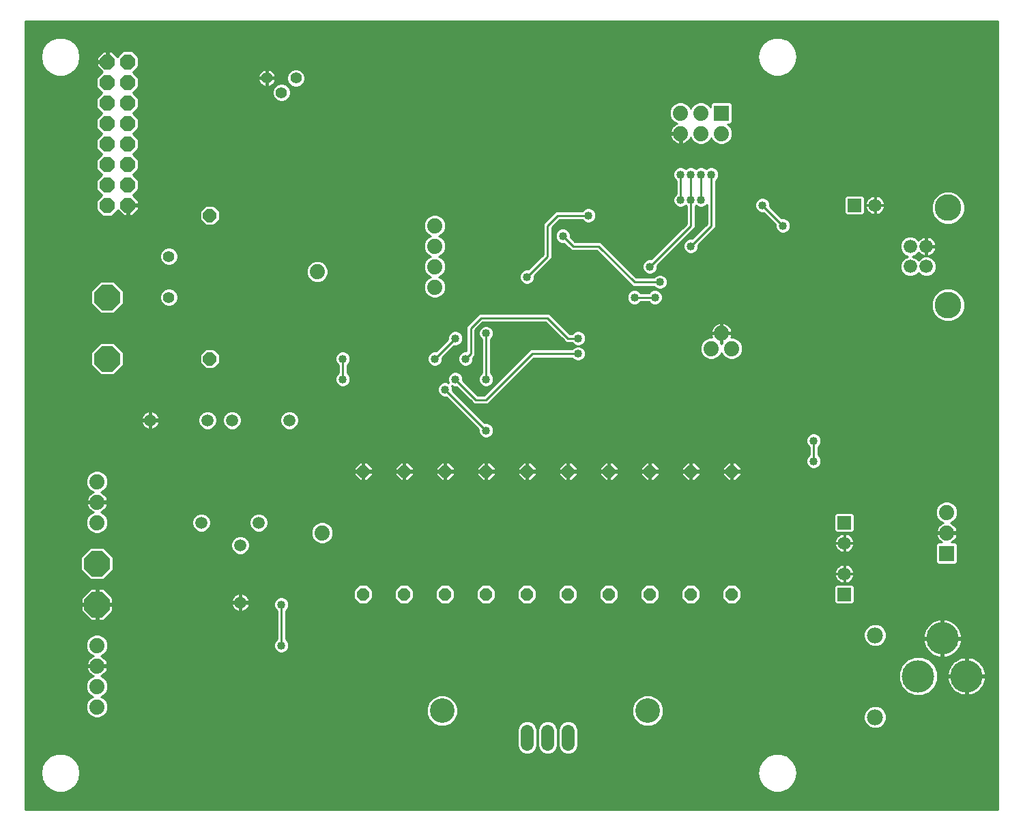
<source format=gbl>
G75*
G70*
%OFA0B0*%
%FSLAX24Y24*%
%IPPOS*%
%LPD*%
%AMOC8*
5,1,8,0,0,1.08239X$1,22.5*
%
%ADD10R,0.0740X0.0740*%
%ADD11C,0.0740*%
%ADD12C,0.0780*%
%ADD13R,0.0650X0.0650*%
%ADD14C,0.0650*%
%ADD15C,0.0594*%
%ADD16C,0.0640*%
%ADD17C,0.1200*%
%ADD18OC8,0.0740*%
%ADD19C,0.0660*%
%ADD20C,0.1300*%
%ADD21C,0.1580*%
%ADD22OC8,0.1250*%
%ADD23C,0.0555*%
%ADD24OC8,0.0600*%
%ADD25OC8,0.0640*%
%ADD26C,0.0400*%
%ADD27C,0.0100*%
D10*
X034601Y034601D03*
X045601Y013101D03*
D11*
X045601Y014101D03*
X045601Y015101D03*
X035101Y023101D03*
X034601Y023851D03*
X034101Y023101D03*
X034601Y033601D03*
X033601Y033601D03*
X032601Y033601D03*
X032601Y034601D03*
X033601Y034601D03*
X020601Y029101D03*
X020601Y028101D03*
X020601Y027101D03*
X020601Y026101D03*
X014851Y026851D03*
X004101Y016601D03*
X004101Y015601D03*
X004101Y014601D03*
X004101Y008601D03*
X004101Y007601D03*
X004101Y006601D03*
X004101Y005601D03*
X015101Y014101D03*
D12*
X042101Y009101D03*
X042101Y005101D03*
D13*
X040601Y011101D03*
X040601Y014601D03*
X041101Y030101D03*
D14*
X042101Y030101D03*
X040601Y013601D03*
X040601Y012101D03*
D15*
X013501Y019601D03*
X010701Y019601D03*
X009501Y019601D03*
X006701Y019601D03*
X009201Y014601D03*
X011101Y013501D03*
X012001Y014601D03*
X011101Y010701D03*
D16*
X025101Y004421D02*
X025101Y003781D01*
X026101Y003781D02*
X026101Y004421D01*
X027101Y004421D02*
X027101Y003781D01*
D17*
X030995Y005410D03*
X020956Y005410D03*
D18*
X005601Y030101D03*
X004601Y030101D03*
X004601Y031101D03*
X004601Y032101D03*
X005601Y032101D03*
X005601Y031101D03*
X005601Y033101D03*
X005601Y034101D03*
X004601Y034101D03*
X004601Y033101D03*
X004601Y035101D03*
X004601Y036101D03*
X005601Y036101D03*
X005601Y035101D03*
X005601Y037101D03*
X004601Y037101D03*
D19*
X043821Y028093D03*
X044601Y028093D03*
X044601Y027109D03*
X043821Y027109D03*
D20*
X045671Y025231D03*
X045671Y029971D03*
D21*
X045388Y008951D03*
X044207Y007101D03*
X046569Y007101D03*
D22*
X004601Y022601D03*
X004601Y025601D03*
X004101Y012601D03*
X004101Y010601D03*
D23*
X007601Y025601D03*
X007601Y027601D03*
X013101Y035601D03*
X013811Y036311D03*
X012391Y036311D03*
D24*
X017101Y017101D03*
X019101Y017101D03*
X021101Y017101D03*
X023101Y017101D03*
X025101Y017101D03*
X027101Y017101D03*
X029101Y017101D03*
X031101Y017101D03*
X033101Y017101D03*
X035101Y017101D03*
X035101Y011101D03*
X033101Y011101D03*
X031101Y011101D03*
X029101Y011101D03*
X027101Y011101D03*
X025101Y011101D03*
X023101Y011101D03*
X021101Y011101D03*
X019101Y011101D03*
X017101Y011101D03*
D25*
X009601Y022601D03*
X009601Y029601D03*
D26*
X011601Y029601D03*
X014351Y023851D03*
X015351Y023851D03*
X016101Y022601D03*
X016101Y021601D03*
X020601Y022601D03*
X021601Y021601D03*
X021101Y021101D03*
X022101Y022601D03*
X023101Y021601D03*
X021601Y023601D03*
X023101Y023851D03*
X025101Y026601D03*
X023101Y027851D03*
X026851Y028601D03*
X028101Y029601D03*
X031101Y029351D03*
X032601Y030351D03*
X033101Y030351D03*
X033601Y030351D03*
X033601Y031601D03*
X034101Y031601D03*
X033101Y031601D03*
X032601Y031601D03*
X036601Y030101D03*
X037601Y029101D03*
X039101Y029101D03*
X039601Y028101D03*
X039601Y027101D03*
X034601Y028101D03*
X033101Y028101D03*
X031101Y027101D03*
X031601Y026351D03*
X031351Y025601D03*
X030351Y025601D03*
X028101Y024351D03*
X027601Y023601D03*
X027601Y022851D03*
X026101Y021351D03*
X023101Y019101D03*
X028601Y018351D03*
X030601Y018601D03*
X031351Y018601D03*
X039101Y018601D03*
X039101Y017601D03*
X026351Y033601D03*
X011101Y021601D03*
X007851Y012851D03*
X013101Y010601D03*
X013101Y008601D03*
D27*
X000601Y000601D02*
X000601Y039101D01*
X048101Y039101D01*
X048101Y000601D01*
X000601Y000601D01*
X000601Y000692D02*
X048101Y000692D01*
X048101Y000791D02*
X000601Y000791D01*
X000601Y000889D02*
X048101Y000889D01*
X048101Y000988D02*
X000601Y000988D01*
X000601Y001086D02*
X048101Y001086D01*
X048101Y001185D02*
X000601Y001185D01*
X000601Y001283D02*
X048101Y001283D01*
X048101Y001382D02*
X000601Y001382D01*
X000601Y001480D02*
X002007Y001480D01*
X002143Y001431D02*
X002143Y001431D01*
X001829Y001545D01*
X001828Y001545D01*
X001572Y001761D01*
X001572Y001761D01*
X001404Y002051D01*
X001404Y002051D01*
X001346Y002381D01*
X001346Y002381D01*
X001404Y002711D01*
X001404Y002711D01*
X001572Y003001D01*
X001572Y003001D01*
X001828Y003216D01*
X001828Y003216D01*
X002143Y003331D01*
X002143Y003331D01*
X002311Y003331D01*
X002398Y003331D01*
X002478Y003331D01*
X002478Y003331D01*
X002793Y003216D01*
X002793Y003216D01*
X003050Y003001D01*
X003050Y003001D01*
X003217Y002711D01*
X003217Y002711D01*
X003275Y002381D01*
X003275Y002381D01*
X003217Y002051D01*
X003217Y002051D01*
X003050Y001761D01*
X003050Y001761D01*
X003050Y001761D01*
X002793Y001545D01*
X002793Y001545D01*
X002478Y001431D01*
X002478Y001431D01*
X002311Y001431D01*
X002224Y001431D01*
X002143Y001431D01*
X001788Y001579D02*
X000601Y001579D01*
X000601Y001677D02*
X001671Y001677D01*
X001563Y001776D02*
X000601Y001776D01*
X000601Y001875D02*
X001506Y001875D01*
X001449Y001973D02*
X000601Y001973D01*
X000601Y002072D02*
X001401Y002072D01*
X001383Y002170D02*
X000601Y002170D01*
X000601Y002269D02*
X001366Y002269D01*
X001349Y002367D02*
X000601Y002367D01*
X000601Y002466D02*
X001361Y002466D01*
X001379Y002564D02*
X000601Y002564D01*
X000601Y002663D02*
X001396Y002663D01*
X001434Y002761D02*
X000601Y002761D01*
X000601Y002860D02*
X001491Y002860D01*
X001547Y002959D02*
X000601Y002959D01*
X000601Y003057D02*
X001639Y003057D01*
X001572Y003001D02*
X001572Y003001D01*
X001756Y003156D02*
X000601Y003156D01*
X000601Y003254D02*
X001933Y003254D01*
X002689Y003254D02*
X036953Y003254D01*
X036848Y003216D02*
X036848Y003216D01*
X036592Y003001D01*
X036592Y003001D01*
X036592Y003001D01*
X036424Y002711D01*
X036424Y002711D01*
X036366Y002381D01*
X036366Y002381D01*
X036424Y002051D01*
X036592Y001761D01*
X036592Y001761D01*
X036849Y001545D01*
X037163Y001431D01*
X037244Y001431D01*
X037331Y001431D01*
X037498Y001431D01*
X037498Y001431D01*
X037813Y001545D01*
X038070Y001761D01*
X038237Y002051D01*
X038295Y002381D01*
X038237Y002711D01*
X038070Y003001D01*
X037813Y003216D01*
X037498Y003331D01*
X037418Y003331D01*
X037331Y003331D01*
X037326Y003331D01*
X037244Y003331D01*
X037163Y003331D01*
X036848Y003216D01*
X036776Y003156D02*
X002865Y003156D01*
X002983Y003057D02*
X036659Y003057D01*
X036567Y002959D02*
X003074Y002959D01*
X003131Y002860D02*
X036511Y002860D01*
X036454Y002761D02*
X003188Y002761D01*
X003226Y002663D02*
X036416Y002663D01*
X036399Y002564D02*
X003243Y002564D01*
X003260Y002466D02*
X036381Y002466D01*
X036369Y002367D02*
X003273Y002367D01*
X003256Y002269D02*
X036386Y002269D01*
X036403Y002170D02*
X003238Y002170D01*
X003221Y002072D02*
X036421Y002072D01*
X036424Y002051D02*
X036424Y002051D01*
X036469Y001973D02*
X003172Y001973D01*
X003115Y001875D02*
X036526Y001875D01*
X036583Y001776D02*
X003059Y001776D01*
X002950Y001677D02*
X036691Y001677D01*
X036809Y001579D02*
X002833Y001579D01*
X002615Y001480D02*
X037027Y001480D01*
X037635Y001480D02*
X048101Y001480D01*
X048101Y001579D02*
X037853Y001579D01*
X037813Y001545D02*
X037813Y001545D01*
X037970Y001677D02*
X048101Y001677D01*
X048101Y001776D02*
X038079Y001776D01*
X038070Y001761D02*
X038070Y001761D01*
X038070Y001761D01*
X038135Y001875D02*
X048101Y001875D01*
X048101Y001973D02*
X038192Y001973D01*
X038237Y002051D02*
X038237Y002051D01*
X038241Y002072D02*
X048101Y002072D01*
X048101Y002170D02*
X038258Y002170D01*
X038276Y002269D02*
X048101Y002269D01*
X048101Y002367D02*
X038293Y002367D01*
X038295Y002381D02*
X038295Y002381D01*
X038280Y002466D02*
X048101Y002466D01*
X048101Y002564D02*
X038263Y002564D01*
X038246Y002663D02*
X048101Y002663D01*
X048101Y002761D02*
X038208Y002761D01*
X038237Y002711D02*
X038237Y002711D01*
X038151Y002860D02*
X048101Y002860D01*
X048101Y002959D02*
X038094Y002959D01*
X038070Y003001D02*
X038070Y003001D01*
X038003Y003057D02*
X048101Y003057D01*
X048101Y003156D02*
X037885Y003156D01*
X037813Y003216D02*
X037813Y003216D01*
X037709Y003254D02*
X048101Y003254D01*
X048101Y003353D02*
X027348Y003353D01*
X027378Y003365D02*
X027516Y003503D01*
X027591Y003683D01*
X027591Y004518D01*
X027516Y004698D01*
X027378Y004836D01*
X027198Y004911D01*
X027003Y004911D01*
X026823Y004836D01*
X026685Y004698D01*
X026611Y004518D01*
X026611Y003683D01*
X026685Y003503D01*
X026823Y003365D01*
X027003Y003291D01*
X027198Y003291D01*
X027378Y003365D01*
X027464Y003451D02*
X048101Y003451D01*
X048101Y003550D02*
X027535Y003550D01*
X027576Y003648D02*
X048101Y003648D01*
X048101Y003747D02*
X027591Y003747D01*
X027591Y003845D02*
X048101Y003845D01*
X048101Y003944D02*
X027591Y003944D01*
X027591Y004043D02*
X048101Y004043D01*
X048101Y004141D02*
X027591Y004141D01*
X027591Y004240D02*
X048101Y004240D01*
X048101Y004338D02*
X027591Y004338D01*
X027591Y004437D02*
X048101Y004437D01*
X048101Y004535D02*
X027584Y004535D01*
X027543Y004634D02*
X041776Y004634D01*
X041784Y004626D02*
X041989Y004541D01*
X042212Y004541D01*
X042418Y004626D01*
X042576Y004784D01*
X042661Y004989D01*
X042661Y005212D01*
X042576Y005418D01*
X042418Y005576D01*
X042212Y005661D01*
X041989Y005661D01*
X041784Y005576D01*
X041626Y005418D01*
X041541Y005212D01*
X041541Y004989D01*
X041626Y004784D01*
X041784Y004626D01*
X041677Y004732D02*
X031372Y004732D01*
X031432Y004757D02*
X031648Y004974D01*
X031765Y005257D01*
X031765Y005563D01*
X031648Y005846D01*
X031432Y006063D01*
X031149Y006180D01*
X030842Y006180D01*
X030559Y006063D01*
X030343Y005846D01*
X030225Y005563D01*
X030225Y005257D01*
X030343Y004974D01*
X030559Y004757D01*
X030842Y004640D01*
X031149Y004640D01*
X031432Y004757D01*
X031505Y004831D02*
X041606Y004831D01*
X041566Y004929D02*
X031604Y004929D01*
X031671Y005028D02*
X041541Y005028D01*
X041541Y005126D02*
X031711Y005126D01*
X031752Y005225D02*
X041546Y005225D01*
X041587Y005324D02*
X031765Y005324D01*
X031765Y005422D02*
X041630Y005422D01*
X041729Y005521D02*
X031765Y005521D01*
X031742Y005619D02*
X041889Y005619D01*
X042312Y005619D02*
X048101Y005619D01*
X048101Y005521D02*
X042473Y005521D01*
X042571Y005422D02*
X048101Y005422D01*
X048101Y005324D02*
X042615Y005324D01*
X042655Y005225D02*
X048101Y005225D01*
X048101Y005126D02*
X042661Y005126D01*
X042661Y005028D02*
X048101Y005028D01*
X048101Y004929D02*
X042636Y004929D01*
X042595Y004831D02*
X048101Y004831D01*
X048101Y004732D02*
X042524Y004732D01*
X042426Y004634D02*
X048101Y004634D01*
X048101Y005718D02*
X031701Y005718D01*
X031661Y005816D02*
X048101Y005816D01*
X048101Y005915D02*
X031579Y005915D01*
X031481Y006013D02*
X048101Y006013D01*
X048101Y006112D02*
X031313Y006112D01*
X030678Y006112D02*
X021273Y006112D01*
X021392Y006063D02*
X021109Y006180D01*
X020803Y006180D01*
X020520Y006063D01*
X020303Y005846D01*
X020186Y005563D01*
X020186Y005257D01*
X020303Y004974D01*
X020520Y004757D01*
X020803Y004640D01*
X021109Y004640D01*
X021392Y004757D01*
X021609Y004974D01*
X021726Y005257D01*
X021726Y005563D01*
X021609Y005846D01*
X021392Y006063D01*
X021441Y006013D02*
X030510Y006013D01*
X030412Y005915D02*
X021540Y005915D01*
X021621Y005816D02*
X030330Y005816D01*
X030290Y005718D02*
X021662Y005718D01*
X021703Y005619D02*
X030249Y005619D01*
X030225Y005521D02*
X021726Y005521D01*
X021726Y005422D02*
X030225Y005422D01*
X030225Y005324D02*
X021726Y005324D01*
X021713Y005225D02*
X030239Y005225D01*
X030279Y005126D02*
X021672Y005126D01*
X021631Y005028D02*
X030320Y005028D01*
X030387Y004929D02*
X021565Y004929D01*
X021466Y004831D02*
X024818Y004831D01*
X024823Y004836D02*
X024685Y004698D01*
X024611Y004518D01*
X024611Y003683D01*
X024685Y003503D01*
X024823Y003365D01*
X025003Y003291D01*
X025198Y003291D01*
X025378Y003365D01*
X025516Y003503D01*
X025591Y003683D01*
X025591Y004518D01*
X025516Y004698D01*
X025378Y004836D01*
X025198Y004911D01*
X025003Y004911D01*
X024823Y004836D01*
X024719Y004732D02*
X021333Y004732D01*
X020580Y004732D02*
X000601Y004732D01*
X000601Y004634D02*
X024659Y004634D01*
X024618Y004535D02*
X000601Y004535D01*
X000601Y004437D02*
X024611Y004437D01*
X024611Y004338D02*
X000601Y004338D01*
X000601Y004240D02*
X024611Y004240D01*
X024611Y004141D02*
X000601Y004141D01*
X000601Y004043D02*
X024611Y004043D01*
X024611Y003944D02*
X000601Y003944D01*
X000601Y003845D02*
X024611Y003845D01*
X024611Y003747D02*
X000601Y003747D01*
X000601Y003648D02*
X024625Y003648D01*
X024666Y003550D02*
X000601Y003550D01*
X000601Y003451D02*
X024737Y003451D01*
X024854Y003353D02*
X000601Y003353D01*
X000601Y004831D02*
X020446Y004831D01*
X020348Y004929D02*
X000601Y004929D01*
X000601Y005028D02*
X020281Y005028D01*
X020240Y005126D02*
X004367Y005126D01*
X004407Y005143D02*
X004559Y005295D01*
X004641Y005493D01*
X004641Y005708D01*
X004559Y005907D01*
X004407Y006059D01*
X004305Y006101D01*
X004407Y006143D01*
X004559Y006295D01*
X004641Y006493D01*
X004641Y006708D01*
X004559Y006907D01*
X004407Y007059D01*
X004278Y007112D01*
X004300Y007119D01*
X004373Y007156D01*
X004440Y007204D01*
X004497Y007262D01*
X004546Y007328D01*
X004583Y007401D01*
X004608Y007479D01*
X004619Y007551D01*
X004151Y007551D01*
X004151Y007651D01*
X004619Y007651D01*
X004608Y007723D01*
X004583Y007800D01*
X004546Y007873D01*
X004497Y007940D01*
X004440Y007997D01*
X004373Y008046D01*
X004300Y008083D01*
X045025Y008083D01*
X045028Y008081D02*
X045128Y008046D01*
X045230Y008023D01*
X045335Y008011D01*
X045338Y008011D01*
X045338Y008901D01*
X045438Y008901D01*
X045438Y008011D01*
X045441Y008011D01*
X045546Y008023D01*
X045649Y008046D01*
X045748Y008081D01*
X045844Y008127D01*
X045933Y008183D01*
X046016Y008249D01*
X046090Y008324D01*
X046156Y008406D01*
X046212Y008496D01*
X046258Y008591D01*
X046293Y008691D01*
X046316Y008793D01*
X046328Y008898D01*
X046328Y008901D01*
X045438Y008901D01*
X045438Y009001D01*
X046328Y009001D01*
X046328Y009004D01*
X046316Y009109D01*
X046293Y009212D01*
X046258Y009311D01*
X046212Y009407D01*
X046156Y009496D01*
X046090Y009579D01*
X046016Y009653D01*
X045933Y009719D01*
X045844Y009775D01*
X045748Y009821D01*
X045649Y009856D01*
X045546Y009879D01*
X045441Y009891D01*
X045438Y009891D01*
X045438Y009001D01*
X045338Y009001D01*
X045338Y008901D01*
X044448Y008901D01*
X044448Y008898D01*
X044460Y008793D01*
X044484Y008691D01*
X044518Y008591D01*
X044564Y008496D01*
X044620Y008406D01*
X044686Y008324D01*
X044761Y008249D01*
X044843Y008183D01*
X044933Y008127D01*
X045028Y008081D01*
X044847Y008181D02*
X004445Y008181D01*
X004407Y008143D02*
X004559Y008295D01*
X004641Y008493D01*
X004641Y008708D01*
X004559Y008907D01*
X004407Y009059D01*
X004208Y009141D01*
X003993Y009141D01*
X003795Y009059D01*
X003643Y008907D01*
X003561Y008708D01*
X003561Y008493D01*
X003643Y008295D01*
X003795Y008143D01*
X003923Y008090D01*
X003901Y008083D01*
X003828Y008046D01*
X003762Y007997D01*
X003704Y007940D01*
X003656Y007873D01*
X003619Y007800D01*
X003594Y007723D01*
X003582Y007651D01*
X004051Y007651D01*
X004051Y007551D01*
X003582Y007551D01*
X003594Y007479D01*
X003619Y007401D01*
X003656Y007328D01*
X003704Y007262D01*
X003762Y007204D01*
X003828Y007156D01*
X003901Y007119D01*
X003923Y007112D01*
X003795Y007059D01*
X003643Y006907D01*
X003561Y006708D01*
X003561Y006493D01*
X003643Y006295D01*
X003795Y006143D01*
X003897Y006101D01*
X003795Y006059D01*
X003643Y005907D01*
X003561Y005708D01*
X003561Y005493D01*
X003643Y005295D01*
X003795Y005143D01*
X003993Y005061D01*
X004208Y005061D01*
X004407Y005143D01*
X004489Y005225D02*
X020199Y005225D01*
X020186Y005324D02*
X004570Y005324D01*
X004611Y005422D02*
X020186Y005422D01*
X020186Y005521D02*
X004641Y005521D01*
X004641Y005619D02*
X020209Y005619D01*
X020250Y005718D02*
X004637Y005718D01*
X004596Y005816D02*
X020291Y005816D01*
X020372Y005915D02*
X004550Y005915D01*
X004452Y006013D02*
X020471Y006013D01*
X020639Y006112D02*
X004332Y006112D01*
X004474Y006210D02*
X043848Y006210D01*
X044016Y006141D02*
X044398Y006141D01*
X044751Y006287D01*
X045021Y006557D01*
X045167Y006910D01*
X045167Y007292D01*
X045021Y007645D01*
X044751Y007915D01*
X044398Y008061D01*
X044016Y008061D01*
X043663Y007915D01*
X043393Y007645D01*
X043247Y007292D01*
X043247Y006910D01*
X043393Y006557D01*
X043663Y006287D01*
X044016Y006141D01*
X043641Y006309D02*
X004564Y006309D01*
X004605Y006408D02*
X043543Y006408D01*
X043444Y006506D02*
X004641Y006506D01*
X004641Y006605D02*
X043373Y006605D01*
X043333Y006703D02*
X004641Y006703D01*
X004602Y006802D02*
X043292Y006802D01*
X043251Y006900D02*
X004561Y006900D01*
X004466Y006999D02*
X043247Y006999D01*
X043247Y007097D02*
X004313Y007097D01*
X004428Y007196D02*
X043247Y007196D01*
X043248Y007294D02*
X004521Y007294D01*
X004578Y007393D02*
X043289Y007393D01*
X043330Y007492D02*
X004610Y007492D01*
X004613Y007689D02*
X043437Y007689D01*
X043371Y007590D02*
X004151Y007590D01*
X004051Y007590D02*
X000601Y007590D01*
X000601Y007492D02*
X003592Y007492D01*
X003623Y007393D02*
X000601Y007393D01*
X000601Y007294D02*
X003681Y007294D01*
X003773Y007196D02*
X000601Y007196D01*
X000601Y007097D02*
X003889Y007097D01*
X003735Y006999D02*
X000601Y006999D01*
X000601Y006900D02*
X003640Y006900D01*
X003600Y006802D02*
X000601Y006802D01*
X000601Y006703D02*
X003561Y006703D01*
X003561Y006605D02*
X000601Y006605D01*
X000601Y006506D02*
X003561Y006506D01*
X003596Y006408D02*
X000601Y006408D01*
X000601Y006309D02*
X003637Y006309D01*
X003727Y006210D02*
X000601Y006210D01*
X000601Y006112D02*
X003870Y006112D01*
X003750Y006013D02*
X000601Y006013D01*
X000601Y005915D02*
X003651Y005915D01*
X003606Y005816D02*
X000601Y005816D01*
X000601Y005718D02*
X003565Y005718D01*
X003561Y005619D02*
X000601Y005619D01*
X000601Y005521D02*
X003561Y005521D01*
X003590Y005422D02*
X000601Y005422D01*
X000601Y005324D02*
X003631Y005324D01*
X003713Y005225D02*
X000601Y005225D01*
X000601Y005126D02*
X003835Y005126D01*
X003588Y007689D02*
X000601Y007689D01*
X000601Y007787D02*
X003615Y007787D01*
X003665Y007886D02*
X000601Y007886D01*
X000601Y007984D02*
X003749Y007984D01*
X003902Y008083D02*
X000601Y008083D01*
X000601Y008181D02*
X003757Y008181D01*
X003658Y008280D02*
X000601Y008280D01*
X000601Y008378D02*
X003608Y008378D01*
X003568Y008477D02*
X000601Y008477D01*
X000601Y008576D02*
X003561Y008576D01*
X003561Y008674D02*
X000601Y008674D01*
X000601Y008773D02*
X003587Y008773D01*
X003628Y008871D02*
X000601Y008871D01*
X000601Y008970D02*
X003706Y008970D01*
X003818Y009068D02*
X000601Y009068D01*
X000601Y009167D02*
X012881Y009167D01*
X012881Y009265D02*
X000601Y009265D01*
X000601Y009364D02*
X012881Y009364D01*
X012881Y009462D02*
X000601Y009462D01*
X000601Y009561D02*
X012881Y009561D01*
X012881Y009659D02*
X000601Y009659D01*
X000601Y009758D02*
X012881Y009758D01*
X012881Y009857D02*
X004453Y009857D01*
X004422Y009826D02*
X004876Y010280D01*
X004876Y010551D01*
X004151Y010551D01*
X004151Y010651D01*
X004876Y010651D01*
X004876Y010922D01*
X004422Y011376D01*
X004151Y011376D01*
X004151Y010651D01*
X004051Y010651D01*
X004051Y011376D01*
X003780Y011376D01*
X003326Y010922D01*
X003326Y010651D01*
X004051Y010651D01*
X004051Y010551D01*
X004151Y010551D01*
X004151Y009826D01*
X004422Y009826D01*
X004551Y009955D02*
X012881Y009955D01*
X012881Y010054D02*
X004650Y010054D01*
X004748Y010152D02*
X012881Y010152D01*
X012881Y010251D02*
X004847Y010251D01*
X004876Y010349D02*
X010824Y010349D01*
X010809Y010360D02*
X010866Y010318D01*
X010929Y010286D01*
X010996Y010265D01*
X011062Y010254D01*
X011062Y010662D01*
X010654Y010662D01*
X010665Y010596D01*
X010686Y010529D01*
X010718Y010466D01*
X010760Y010409D01*
X010809Y010360D01*
X010732Y010448D02*
X004876Y010448D01*
X004876Y010546D02*
X010681Y010546D01*
X010657Y010645D02*
X004151Y010645D01*
X004151Y010743D02*
X004051Y010743D01*
X004051Y010645D02*
X000601Y010645D01*
X000601Y010743D02*
X003326Y010743D01*
X003326Y010842D02*
X000601Y010842D01*
X000601Y010941D02*
X003345Y010941D01*
X003443Y011039D02*
X000601Y011039D01*
X000601Y011138D02*
X003542Y011138D01*
X003640Y011236D02*
X000601Y011236D01*
X000601Y011335D02*
X003739Y011335D01*
X004051Y011335D02*
X004151Y011335D01*
X004151Y011236D02*
X004051Y011236D01*
X004051Y011138D02*
X004151Y011138D01*
X004151Y011039D02*
X004051Y011039D01*
X004051Y010941D02*
X004151Y010941D01*
X004151Y010842D02*
X004051Y010842D01*
X004051Y010551D02*
X003326Y010551D01*
X003326Y010280D01*
X003780Y009826D01*
X004051Y009826D01*
X004051Y010551D01*
X004051Y010546D02*
X004151Y010546D01*
X004151Y010448D02*
X004051Y010448D01*
X004051Y010349D02*
X004151Y010349D01*
X004151Y010251D02*
X004051Y010251D01*
X004051Y010152D02*
X004151Y010152D01*
X004151Y010054D02*
X004051Y010054D01*
X004051Y009955D02*
X004151Y009955D01*
X004151Y009857D02*
X004051Y009857D01*
X003749Y009857D02*
X000601Y009857D01*
X000601Y009955D02*
X003650Y009955D01*
X003552Y010054D02*
X000601Y010054D01*
X000601Y010152D02*
X003453Y010152D01*
X003355Y010251D02*
X000601Y010251D01*
X000601Y010349D02*
X003326Y010349D01*
X003326Y010448D02*
X000601Y010448D01*
X000601Y010546D02*
X003326Y010546D01*
X004463Y011335D02*
X016670Y011335D01*
X016631Y011295D02*
X016631Y010906D01*
X016906Y010631D01*
X017295Y010631D01*
X017571Y010906D01*
X017571Y011295D01*
X017295Y011571D01*
X016906Y011571D01*
X016631Y011295D01*
X016631Y011236D02*
X004561Y011236D01*
X004660Y011138D02*
X011001Y011138D01*
X010996Y011137D02*
X010929Y011115D01*
X010866Y011083D01*
X010809Y011042D01*
X010760Y010992D01*
X010718Y010935D01*
X010686Y010872D01*
X010665Y010805D01*
X010654Y010739D01*
X011062Y010739D01*
X011062Y010662D01*
X011139Y010662D01*
X011139Y010254D01*
X011205Y010265D01*
X011272Y010286D01*
X011335Y010318D01*
X011392Y010360D01*
X011442Y010409D01*
X011483Y010466D01*
X011515Y010529D01*
X011537Y010596D01*
X011547Y010662D01*
X011140Y010662D01*
X011140Y010739D01*
X011547Y010739D01*
X011537Y010805D01*
X011515Y010872D01*
X011483Y010935D01*
X011442Y010992D01*
X011392Y011042D01*
X011335Y011083D01*
X011272Y011115D01*
X011205Y011137D01*
X011139Y011147D01*
X011139Y010740D01*
X011062Y010740D01*
X011062Y011147D01*
X010996Y011137D01*
X011062Y011138D02*
X011139Y011138D01*
X011201Y011138D02*
X016631Y011138D01*
X016631Y011039D02*
X011395Y011039D01*
X011479Y010941D02*
X012954Y010941D01*
X012891Y010914D02*
X012787Y010810D01*
X012731Y010674D01*
X012731Y010527D01*
X012787Y010391D01*
X012881Y010298D01*
X012881Y008904D01*
X012787Y008810D01*
X012731Y008674D01*
X004641Y008674D01*
X004641Y008576D02*
X012731Y008576D01*
X012731Y008527D02*
X012787Y008391D01*
X012891Y008287D01*
X013027Y008231D01*
X013174Y008231D01*
X013310Y008287D01*
X013414Y008391D01*
X013471Y008527D01*
X013471Y008674D01*
X041736Y008674D01*
X041784Y008626D02*
X041989Y008541D01*
X042212Y008541D01*
X042418Y008626D01*
X042576Y008784D01*
X042661Y008989D01*
X042661Y009212D01*
X042576Y009418D01*
X042418Y009576D01*
X042212Y009661D01*
X041989Y009661D01*
X041784Y009576D01*
X041626Y009418D01*
X041541Y009212D01*
X041541Y008989D01*
X041626Y008784D01*
X041784Y008626D01*
X041906Y008576D02*
X013471Y008576D01*
X013471Y008674D02*
X013414Y008810D01*
X013321Y008904D01*
X013321Y010298D01*
X013414Y010391D01*
X013471Y010527D01*
X013471Y010674D01*
X013414Y010810D01*
X013310Y010914D01*
X013174Y010971D01*
X013027Y010971D01*
X012891Y010914D01*
X012819Y010842D02*
X011525Y010842D01*
X011547Y010743D02*
X012759Y010743D01*
X012731Y010645D02*
X011545Y010645D01*
X011521Y010546D02*
X012731Y010546D01*
X012764Y010448D02*
X011470Y010448D01*
X011378Y010349D02*
X012829Y010349D01*
X013101Y010601D02*
X013101Y008601D01*
X013354Y008871D02*
X041590Y008871D01*
X041549Y008970D02*
X013321Y008970D01*
X013321Y009068D02*
X041541Y009068D01*
X041541Y009167D02*
X013321Y009167D01*
X013321Y009265D02*
X041563Y009265D01*
X041604Y009364D02*
X013321Y009364D01*
X013321Y009462D02*
X041670Y009462D01*
X041769Y009561D02*
X013321Y009561D01*
X013321Y009659D02*
X041986Y009659D01*
X042215Y009659D02*
X044769Y009659D01*
X044761Y009653D02*
X044686Y009579D01*
X044620Y009496D01*
X044564Y009407D01*
X044518Y009311D01*
X044484Y009212D01*
X044460Y009109D01*
X044448Y009004D01*
X044448Y009001D01*
X045338Y009001D01*
X045338Y009891D01*
X045335Y009891D01*
X045230Y009879D01*
X045128Y009856D01*
X045028Y009821D01*
X044933Y009775D01*
X044843Y009719D01*
X044761Y009653D01*
X044672Y009561D02*
X042433Y009561D01*
X042531Y009462D02*
X044599Y009462D01*
X044544Y009364D02*
X042598Y009364D01*
X042639Y009265D02*
X044502Y009265D01*
X044473Y009167D02*
X042661Y009167D01*
X042661Y009068D02*
X044455Y009068D01*
X044451Y008871D02*
X042612Y008871D01*
X042653Y008970D02*
X045338Y008970D01*
X045338Y009068D02*
X045438Y009068D01*
X045438Y008970D02*
X048101Y008970D01*
X048101Y009068D02*
X046321Y009068D01*
X046303Y009167D02*
X048101Y009167D01*
X048101Y009265D02*
X046274Y009265D01*
X046233Y009364D02*
X048101Y009364D01*
X048101Y009462D02*
X046177Y009462D01*
X046104Y009561D02*
X048101Y009561D01*
X048101Y009659D02*
X046008Y009659D01*
X045871Y009758D02*
X048101Y009758D01*
X048101Y009857D02*
X045646Y009857D01*
X045438Y009857D02*
X045338Y009857D01*
X045338Y009758D02*
X045438Y009758D01*
X045438Y009659D02*
X045338Y009659D01*
X045338Y009561D02*
X045438Y009561D01*
X045438Y009462D02*
X045338Y009462D01*
X045338Y009364D02*
X045438Y009364D01*
X045438Y009265D02*
X045338Y009265D01*
X045338Y009167D02*
X045438Y009167D01*
X045438Y008871D02*
X045338Y008871D01*
X045338Y008773D02*
X045438Y008773D01*
X045438Y008674D02*
X045338Y008674D01*
X045338Y008576D02*
X045438Y008576D01*
X045438Y008477D02*
X045338Y008477D01*
X045338Y008378D02*
X045438Y008378D01*
X045438Y008280D02*
X045338Y008280D01*
X045338Y008181D02*
X045438Y008181D01*
X045438Y008083D02*
X045338Y008083D01*
X045751Y008083D02*
X048101Y008083D01*
X048101Y008181D02*
X045930Y008181D01*
X046046Y008280D02*
X048101Y008280D01*
X048101Y008378D02*
X046134Y008378D01*
X046200Y008477D02*
X048101Y008477D01*
X048101Y008576D02*
X046251Y008576D01*
X046287Y008674D02*
X048101Y008674D01*
X048101Y008773D02*
X046312Y008773D01*
X046325Y008871D02*
X048101Y008871D01*
X048101Y007984D02*
X046890Y007984D01*
X046930Y007971D02*
X046830Y008005D01*
X046727Y008029D01*
X046622Y008041D01*
X046619Y008041D01*
X046619Y007151D01*
X046519Y007151D01*
X046519Y007051D01*
X045629Y007051D01*
X045629Y007048D01*
X045641Y006943D01*
X045665Y006840D01*
X045699Y006740D01*
X045745Y006645D01*
X045801Y006556D01*
X045867Y006473D01*
X045942Y006399D01*
X046024Y006333D01*
X046114Y006277D01*
X046209Y006231D01*
X046309Y006196D01*
X046412Y006173D01*
X046516Y006161D01*
X046519Y006161D01*
X046519Y007051D01*
X046619Y007051D01*
X046619Y006161D01*
X046622Y006161D01*
X046727Y006173D01*
X046830Y006196D01*
X046930Y006231D01*
X047025Y006277D01*
X047114Y006333D01*
X047197Y006399D01*
X047271Y006473D01*
X047337Y006556D01*
X047393Y006645D01*
X047439Y006740D01*
X047474Y006840D01*
X047497Y006943D01*
X047509Y007048D01*
X047509Y007051D01*
X046619Y007051D01*
X046619Y007151D01*
X047509Y007151D01*
X047509Y007154D01*
X047497Y007259D01*
X047474Y007361D01*
X047439Y007461D01*
X047393Y007556D01*
X047337Y007646D01*
X047271Y007728D01*
X047197Y007803D01*
X047114Y007869D01*
X047025Y007925D01*
X046930Y007971D01*
X047087Y007886D02*
X048101Y007886D01*
X048101Y007787D02*
X047212Y007787D01*
X047303Y007689D02*
X048101Y007689D01*
X048101Y007590D02*
X047372Y007590D01*
X047424Y007492D02*
X048101Y007492D01*
X048101Y007393D02*
X047463Y007393D01*
X047489Y007294D02*
X048101Y007294D01*
X048101Y007196D02*
X047504Y007196D01*
X047504Y006999D02*
X048101Y006999D01*
X048101Y007097D02*
X046619Y007097D01*
X046619Y006999D02*
X046519Y006999D01*
X046519Y007097D02*
X045167Y007097D01*
X045167Y006999D02*
X045635Y006999D01*
X045651Y006900D02*
X045163Y006900D01*
X045122Y006802D02*
X045678Y006802D01*
X045717Y006703D02*
X045081Y006703D01*
X045041Y006605D02*
X045771Y006605D01*
X045841Y006506D02*
X044970Y006506D01*
X044871Y006408D02*
X045933Y006408D01*
X046063Y006309D02*
X044773Y006309D01*
X044566Y006210D02*
X046268Y006210D01*
X046519Y006210D02*
X046619Y006210D01*
X046619Y006309D02*
X046519Y006309D01*
X046519Y006408D02*
X046619Y006408D01*
X046619Y006506D02*
X046519Y006506D01*
X046519Y006605D02*
X046619Y006605D01*
X046619Y006703D02*
X046519Y006703D01*
X046519Y006802D02*
X046619Y006802D01*
X046619Y006900D02*
X046519Y006900D01*
X046519Y007151D02*
X045629Y007151D01*
X045629Y007154D01*
X045641Y007259D01*
X045665Y007361D01*
X045699Y007461D01*
X045745Y007556D01*
X045801Y007646D01*
X045867Y007728D01*
X045942Y007803D01*
X046024Y007869D01*
X046114Y007925D01*
X046209Y007971D01*
X046309Y008005D01*
X046412Y008029D01*
X046516Y008041D01*
X046519Y008041D01*
X046519Y007151D01*
X046519Y007196D02*
X046619Y007196D01*
X046619Y007294D02*
X046519Y007294D01*
X046519Y007393D02*
X046619Y007393D01*
X046619Y007492D02*
X046519Y007492D01*
X046519Y007590D02*
X046619Y007590D01*
X046619Y007689D02*
X046519Y007689D01*
X046519Y007787D02*
X046619Y007787D01*
X046619Y007886D02*
X046519Y007886D01*
X046519Y007984D02*
X046619Y007984D01*
X046248Y007984D02*
X044583Y007984D01*
X044780Y007886D02*
X046052Y007886D01*
X045926Y007787D02*
X044878Y007787D01*
X044977Y007689D02*
X045836Y007689D01*
X045767Y007590D02*
X045044Y007590D01*
X045084Y007492D02*
X045714Y007492D01*
X045676Y007393D02*
X045125Y007393D01*
X045166Y007294D02*
X045649Y007294D01*
X045634Y007196D02*
X045167Y007196D01*
X044730Y008280D02*
X013293Y008280D01*
X013402Y008378D02*
X044643Y008378D01*
X044576Y008477D02*
X013450Y008477D01*
X013430Y008773D02*
X041637Y008773D01*
X042296Y008576D02*
X044526Y008576D01*
X044489Y008674D02*
X042466Y008674D01*
X042565Y008773D02*
X044465Y008773D01*
X043831Y007984D02*
X004453Y007984D01*
X004537Y007886D02*
X043634Y007886D01*
X043536Y007787D02*
X004587Y007787D01*
X004407Y008143D02*
X004278Y008090D01*
X004300Y008083D01*
X004544Y008280D02*
X012909Y008280D01*
X012800Y008378D02*
X004593Y008378D01*
X004634Y008477D02*
X012752Y008477D01*
X012731Y008527D02*
X012731Y008674D01*
X012771Y008773D02*
X004614Y008773D01*
X004573Y008871D02*
X012848Y008871D01*
X012881Y008970D02*
X004496Y008970D01*
X004383Y009068D02*
X012881Y009068D01*
X013321Y009758D02*
X044906Y009758D01*
X045131Y009857D02*
X013321Y009857D01*
X013321Y009955D02*
X048101Y009955D01*
X048101Y010054D02*
X013321Y010054D01*
X013321Y010152D02*
X048101Y010152D01*
X048101Y010251D02*
X013321Y010251D01*
X013373Y010349D02*
X048101Y010349D01*
X048101Y010448D02*
X013438Y010448D01*
X013471Y010546D02*
X048101Y010546D01*
X048101Y010645D02*
X041035Y010645D01*
X040996Y010606D02*
X041096Y010705D01*
X041096Y011496D01*
X040996Y011596D01*
X040205Y011596D01*
X040106Y011496D01*
X040106Y010705D01*
X040205Y010606D01*
X040996Y010606D01*
X041096Y010743D02*
X048101Y010743D01*
X048101Y010842D02*
X041096Y010842D01*
X041096Y010941D02*
X048101Y010941D01*
X048101Y011039D02*
X041096Y011039D01*
X041096Y011138D02*
X048101Y011138D01*
X048101Y011236D02*
X041096Y011236D01*
X041096Y011335D02*
X048101Y011335D01*
X048101Y011433D02*
X041096Y011433D01*
X041060Y011532D02*
X048101Y011532D01*
X048101Y011630D02*
X040667Y011630D01*
X040638Y011626D02*
X040712Y011637D01*
X040783Y011661D01*
X040850Y011695D01*
X040910Y011738D01*
X040963Y011791D01*
X041007Y011852D01*
X041041Y011918D01*
X041064Y011990D01*
X041076Y012063D01*
X041076Y012082D01*
X040620Y012082D01*
X040620Y012120D01*
X040582Y012120D01*
X040582Y012576D01*
X040563Y012576D01*
X040490Y012564D01*
X040418Y012541D01*
X040352Y012507D01*
X040291Y012463D01*
X040238Y012410D01*
X040195Y012350D01*
X040161Y012283D01*
X040137Y012212D01*
X040126Y012138D01*
X040126Y012120D01*
X040582Y012120D01*
X040582Y012082D01*
X040126Y012082D01*
X040126Y012063D01*
X040137Y011990D01*
X040161Y011918D01*
X040195Y011852D01*
X040238Y011791D01*
X040291Y011738D01*
X040352Y011695D01*
X040418Y011661D01*
X040490Y011637D01*
X040563Y011626D01*
X040582Y011626D01*
X040582Y012082D01*
X040620Y012082D01*
X040620Y011626D01*
X040638Y011626D01*
X040620Y011630D02*
X040582Y011630D01*
X040535Y011630D02*
X000601Y011630D01*
X000601Y011532D02*
X016867Y011532D01*
X016769Y011433D02*
X000601Y011433D01*
X000601Y011729D02*
X040304Y011729D01*
X040212Y011827D02*
X004452Y011827D01*
X004430Y011806D02*
X004896Y012271D01*
X004896Y012930D01*
X004430Y013396D01*
X003771Y013396D01*
X003306Y012930D01*
X003306Y012271D01*
X003771Y011806D01*
X004430Y011806D01*
X004550Y011926D02*
X040158Y011926D01*
X040132Y012025D02*
X004649Y012025D01*
X004747Y012123D02*
X040126Y012123D01*
X040141Y012222D02*
X004846Y012222D01*
X004896Y012320D02*
X040179Y012320D01*
X040247Y012419D02*
X004896Y012419D01*
X004896Y012517D02*
X040372Y012517D01*
X040582Y012517D02*
X040620Y012517D01*
X040620Y012576D02*
X040620Y012120D01*
X041076Y012120D01*
X041076Y012138D01*
X041064Y012212D01*
X041041Y012283D01*
X041007Y012350D01*
X040963Y012410D01*
X040910Y012463D01*
X040850Y012507D01*
X040783Y012541D01*
X040712Y012564D01*
X040638Y012576D01*
X040620Y012576D01*
X040620Y012419D02*
X040582Y012419D01*
X040582Y012320D02*
X040620Y012320D01*
X040620Y012222D02*
X040582Y012222D01*
X040582Y012123D02*
X040620Y012123D01*
X040620Y012025D02*
X040582Y012025D01*
X040582Y011926D02*
X040620Y011926D01*
X040620Y011827D02*
X040582Y011827D01*
X040582Y011729D02*
X040620Y011729D01*
X040897Y011729D02*
X048101Y011729D01*
X048101Y011827D02*
X040989Y011827D01*
X041043Y011926D02*
X048101Y011926D01*
X048101Y012025D02*
X041070Y012025D01*
X041076Y012123D02*
X048101Y012123D01*
X048101Y012222D02*
X041061Y012222D01*
X041022Y012320D02*
X048101Y012320D01*
X048101Y012419D02*
X040955Y012419D01*
X040830Y012517D02*
X048101Y012517D01*
X048101Y012616D02*
X046096Y012616D01*
X046141Y012660D02*
X046041Y012561D01*
X045160Y012561D01*
X045061Y012660D01*
X045061Y013541D01*
X045160Y013641D01*
X045358Y013641D01*
X045328Y013656D01*
X045262Y013704D01*
X045204Y013762D01*
X045156Y013828D01*
X045119Y013901D01*
X045094Y013979D01*
X045082Y014052D01*
X045552Y014052D01*
X045552Y014149D01*
X045082Y014149D01*
X045094Y014223D01*
X045119Y014300D01*
X045156Y014373D01*
X045204Y014440D01*
X045262Y014497D01*
X045328Y014546D01*
X045401Y014583D01*
X045423Y014590D01*
X045295Y014643D01*
X045143Y014795D01*
X045061Y014993D01*
X045061Y015208D01*
X045143Y015407D01*
X045295Y015559D01*
X045493Y015641D01*
X045708Y015641D01*
X045907Y015559D01*
X046059Y015407D01*
X046141Y015208D01*
X046141Y014993D01*
X046059Y014795D01*
X045907Y014643D01*
X045778Y014590D01*
X045800Y014583D01*
X045873Y014546D01*
X045940Y014497D01*
X045997Y014440D01*
X046046Y014373D01*
X046083Y014300D01*
X046108Y014223D01*
X046120Y014149D01*
X045649Y014149D01*
X045649Y014052D01*
X046120Y014052D01*
X046108Y013979D01*
X046083Y013901D01*
X046046Y013828D01*
X045997Y013762D01*
X045940Y013704D01*
X045873Y013656D01*
X045843Y013641D01*
X046041Y013641D01*
X046141Y013541D01*
X046141Y012660D01*
X046141Y012714D02*
X048101Y012714D01*
X048101Y012813D02*
X046141Y012813D01*
X046141Y012911D02*
X048101Y012911D01*
X048101Y013010D02*
X046141Y013010D01*
X046141Y013109D02*
X048101Y013109D01*
X048101Y013207D02*
X046141Y013207D01*
X046141Y013306D02*
X048101Y013306D01*
X048101Y013404D02*
X046141Y013404D01*
X046141Y013503D02*
X048101Y013503D01*
X048101Y013601D02*
X046081Y013601D01*
X045934Y013700D02*
X048101Y013700D01*
X048101Y013798D02*
X046024Y013798D01*
X046080Y013897D02*
X048101Y013897D01*
X048101Y013995D02*
X046111Y013995D01*
X046113Y014192D02*
X048101Y014192D01*
X048101Y014094D02*
X045649Y014094D01*
X045552Y014094D02*
X015641Y014094D01*
X015641Y014192D02*
X040119Y014192D01*
X040106Y014205D02*
X040205Y014106D01*
X040996Y014106D01*
X041096Y014205D01*
X041096Y014996D01*
X040996Y015096D01*
X040205Y015096D01*
X040106Y014996D01*
X040106Y014205D01*
X040106Y014291D02*
X015606Y014291D01*
X015641Y014208D02*
X015559Y014407D01*
X015407Y014559D01*
X015208Y014641D01*
X014993Y014641D01*
X014795Y014559D01*
X014643Y014407D01*
X014561Y014208D01*
X014561Y013993D01*
X014643Y013795D01*
X014795Y013643D01*
X014993Y013561D01*
X015208Y013561D01*
X015407Y013643D01*
X015559Y013795D01*
X015641Y013993D01*
X015641Y014208D01*
X015566Y014390D02*
X040106Y014390D01*
X040106Y014488D02*
X015477Y014488D01*
X015339Y014587D02*
X040106Y014587D01*
X040106Y014685D02*
X012468Y014685D01*
X012468Y014694D02*
X012397Y014865D01*
X012265Y014997D01*
X012094Y015068D01*
X011908Y015068D01*
X011736Y014997D01*
X011605Y014865D01*
X011534Y014694D01*
X011534Y014508D01*
X011605Y014336D01*
X011736Y014205D01*
X011908Y014134D01*
X012094Y014134D01*
X012265Y014205D01*
X012397Y014336D01*
X012468Y014508D01*
X012468Y014694D01*
X012431Y014784D02*
X040106Y014784D01*
X040106Y014882D02*
X012380Y014882D01*
X012281Y014981D02*
X040106Y014981D01*
X040189Y015079D02*
X004356Y015079D01*
X004407Y015059D02*
X004278Y015112D01*
X004300Y015119D01*
X004373Y015156D01*
X004440Y015204D01*
X004497Y015262D01*
X004546Y015328D01*
X004583Y015401D01*
X004608Y015479D01*
X004619Y015551D01*
X004151Y015551D01*
X004151Y015651D01*
X004619Y015651D01*
X004608Y015723D01*
X004583Y015800D01*
X004546Y015873D01*
X004497Y015940D01*
X004440Y015997D01*
X004373Y016046D01*
X004300Y016083D01*
X004278Y016090D01*
X004407Y016143D01*
X004559Y016295D01*
X004641Y016493D01*
X004641Y016708D01*
X004559Y016907D01*
X004407Y017059D01*
X004208Y017141D01*
X003993Y017141D01*
X003795Y017059D01*
X003643Y016907D01*
X003561Y016708D01*
X003561Y016493D01*
X003643Y016295D01*
X003795Y016143D01*
X003923Y016090D01*
X003901Y016083D01*
X003828Y016046D01*
X003762Y015997D01*
X003704Y015940D01*
X003656Y015873D01*
X003619Y015800D01*
X003594Y015723D01*
X003582Y015651D01*
X004051Y015651D01*
X004051Y015551D01*
X003582Y015551D01*
X003594Y015479D01*
X003619Y015401D01*
X003656Y015328D01*
X003704Y015262D01*
X003762Y015204D01*
X003828Y015156D01*
X003901Y015119D01*
X003923Y015112D01*
X003795Y015059D01*
X003643Y014907D01*
X003561Y014708D01*
X003561Y014493D01*
X003643Y014295D01*
X003795Y014143D01*
X003993Y014061D01*
X004208Y014061D01*
X004407Y014143D01*
X004559Y014295D01*
X004641Y014493D01*
X004641Y014708D01*
X004559Y014907D01*
X004407Y015059D01*
X004484Y014981D02*
X008920Y014981D01*
X008936Y014997D02*
X008805Y014865D01*
X008734Y014694D01*
X008734Y014508D01*
X008805Y014336D01*
X008936Y014205D01*
X009108Y014134D01*
X009294Y014134D01*
X009465Y014205D01*
X009597Y014336D01*
X009668Y014508D01*
X009668Y014694D01*
X009597Y014865D01*
X009465Y014997D01*
X009294Y015068D01*
X009108Y015068D01*
X008936Y014997D01*
X008822Y014882D02*
X004569Y014882D01*
X004609Y014784D02*
X008771Y014784D01*
X008734Y014685D02*
X004641Y014685D01*
X004641Y014587D02*
X008734Y014587D01*
X008742Y014488D02*
X004639Y014488D01*
X004598Y014390D02*
X008783Y014390D01*
X008850Y014291D02*
X004555Y014291D01*
X004456Y014192D02*
X008966Y014192D01*
X009436Y014192D02*
X011766Y014192D01*
X011650Y014291D02*
X009552Y014291D01*
X009619Y014390D02*
X011583Y014390D01*
X011542Y014488D02*
X009660Y014488D01*
X009668Y014587D02*
X011534Y014587D01*
X011534Y014685D02*
X009668Y014685D01*
X009631Y014784D02*
X011571Y014784D01*
X011622Y014882D02*
X009580Y014882D01*
X009481Y014981D02*
X011720Y014981D01*
X012468Y014587D02*
X014863Y014587D01*
X014724Y014488D02*
X012460Y014488D01*
X012419Y014390D02*
X014636Y014390D01*
X014595Y014291D02*
X012352Y014291D01*
X012236Y014192D02*
X014561Y014192D01*
X014561Y014094D02*
X004288Y014094D01*
X003913Y014094D02*
X000601Y014094D01*
X000601Y014192D02*
X003745Y014192D01*
X003647Y014291D02*
X000601Y014291D01*
X000601Y014390D02*
X003604Y014390D01*
X003563Y014488D02*
X000601Y014488D01*
X000601Y014587D02*
X003561Y014587D01*
X003561Y014685D02*
X000601Y014685D01*
X000601Y014784D02*
X003592Y014784D01*
X003633Y014882D02*
X000601Y014882D01*
X000601Y014981D02*
X003717Y014981D01*
X003845Y015079D02*
X000601Y015079D01*
X000601Y015178D02*
X003798Y015178D01*
X003694Y015276D02*
X000601Y015276D01*
X000601Y015375D02*
X003632Y015375D01*
X003595Y015474D02*
X000601Y015474D01*
X000601Y015572D02*
X004051Y015572D01*
X004151Y015572D02*
X045328Y015572D01*
X045210Y015474D02*
X004606Y015474D01*
X004569Y015375D02*
X045130Y015375D01*
X045089Y015276D02*
X004508Y015276D01*
X004403Y015178D02*
X045061Y015178D01*
X045061Y015079D02*
X041013Y015079D01*
X041096Y014981D02*
X045066Y014981D01*
X045107Y014882D02*
X041096Y014882D01*
X041096Y014784D02*
X045154Y014784D01*
X045253Y014685D02*
X041096Y014685D01*
X041096Y014587D02*
X045414Y014587D01*
X045253Y014488D02*
X041096Y014488D01*
X041096Y014390D02*
X045168Y014390D01*
X045116Y014291D02*
X041096Y014291D01*
X041083Y014192D02*
X045089Y014192D01*
X045091Y013995D02*
X040866Y013995D01*
X040850Y014007D02*
X040783Y014041D01*
X040712Y014064D01*
X040638Y014076D01*
X040620Y014076D01*
X040620Y013620D01*
X040582Y013620D01*
X040582Y014076D01*
X040563Y014076D01*
X040490Y014064D01*
X040418Y014041D01*
X040352Y014007D01*
X040291Y013963D01*
X040238Y013910D01*
X040195Y013850D01*
X040161Y013783D01*
X040137Y013712D01*
X040126Y013638D01*
X040126Y013620D01*
X040582Y013620D01*
X040582Y013582D01*
X040126Y013582D01*
X040126Y013563D01*
X040137Y013490D01*
X040161Y013418D01*
X040195Y013352D01*
X040238Y013291D01*
X040291Y013238D01*
X040352Y013195D01*
X040418Y013161D01*
X040490Y013137D01*
X040563Y013126D01*
X040582Y013126D01*
X040582Y013582D01*
X040620Y013582D01*
X040620Y013620D01*
X041076Y013620D01*
X041076Y013638D01*
X041064Y013712D01*
X041041Y013783D01*
X041007Y013850D01*
X040963Y013910D01*
X040910Y013963D01*
X040850Y014007D01*
X040973Y013897D02*
X045121Y013897D01*
X045178Y013798D02*
X041033Y013798D01*
X041066Y013700D02*
X045268Y013700D01*
X045121Y013601D02*
X040620Y013601D01*
X040620Y013582D02*
X041076Y013582D01*
X041076Y013563D01*
X041064Y013490D01*
X041041Y013418D01*
X041007Y013352D01*
X040963Y013291D01*
X040910Y013238D01*
X040850Y013195D01*
X040783Y013161D01*
X040712Y013137D01*
X040638Y013126D01*
X040620Y013126D01*
X040620Y013582D01*
X040582Y013601D02*
X015306Y013601D01*
X015463Y013700D02*
X040136Y013700D01*
X040168Y013798D02*
X015560Y013798D01*
X015601Y013897D02*
X040229Y013897D01*
X040336Y013995D02*
X015641Y013995D01*
X014896Y013601D02*
X011565Y013601D01*
X011568Y013594D02*
X011497Y013765D01*
X011365Y013897D01*
X014601Y013897D01*
X014561Y013995D02*
X000601Y013995D01*
X000601Y013897D02*
X010836Y013897D01*
X010705Y013765D01*
X010634Y013594D01*
X010634Y013408D01*
X010705Y013236D01*
X010836Y013105D01*
X011008Y013034D01*
X011194Y013034D01*
X011365Y013105D01*
X011497Y013236D01*
X011568Y013408D01*
X011568Y013594D01*
X011568Y013503D02*
X040135Y013503D01*
X040168Y013404D02*
X011566Y013404D01*
X011526Y013306D02*
X040228Y013306D01*
X040335Y013207D02*
X011468Y013207D01*
X011369Y013109D02*
X045061Y013109D01*
X045061Y013207D02*
X040867Y013207D01*
X040973Y013306D02*
X045061Y013306D01*
X045061Y013404D02*
X041034Y013404D01*
X041066Y013503D02*
X045061Y013503D01*
X045061Y013010D02*
X004816Y013010D01*
X004896Y012911D02*
X045061Y012911D01*
X045061Y012813D02*
X004896Y012813D01*
X004896Y012714D02*
X045061Y012714D01*
X045105Y012616D02*
X004896Y012616D01*
X004717Y013109D02*
X010832Y013109D01*
X010734Y013207D02*
X004619Y013207D01*
X004520Y013306D02*
X010676Y013306D01*
X010635Y013404D02*
X000601Y013404D01*
X000601Y013306D02*
X003681Y013306D01*
X003583Y013207D02*
X000601Y013207D01*
X000601Y013109D02*
X003484Y013109D01*
X003386Y013010D02*
X000601Y013010D01*
X000601Y012911D02*
X003306Y012911D01*
X003306Y012813D02*
X000601Y012813D01*
X000601Y012714D02*
X003306Y012714D01*
X003306Y012616D02*
X000601Y012616D01*
X000601Y012517D02*
X003306Y012517D01*
X003306Y012419D02*
X000601Y012419D01*
X000601Y012320D02*
X003306Y012320D01*
X003356Y012222D02*
X000601Y012222D01*
X000601Y012123D02*
X003454Y012123D01*
X003553Y012025D02*
X000601Y012025D01*
X000601Y011926D02*
X003651Y011926D01*
X003750Y011827D02*
X000601Y011827D01*
X000601Y013503D02*
X010634Y013503D01*
X010637Y013601D02*
X000601Y013601D01*
X000601Y013700D02*
X010678Y013700D01*
X010738Y013798D02*
X000601Y013798D01*
X000601Y015671D02*
X003585Y015671D01*
X003609Y015769D02*
X000601Y015769D01*
X000601Y015868D02*
X003653Y015868D01*
X003731Y015966D02*
X000601Y015966D01*
X000601Y016065D02*
X003866Y016065D01*
X003775Y016163D02*
X000601Y016163D01*
X000601Y016262D02*
X003676Y016262D01*
X003616Y016360D02*
X000601Y016360D01*
X000601Y016459D02*
X003575Y016459D01*
X003561Y016558D02*
X000601Y016558D01*
X000601Y016656D02*
X003561Y016656D01*
X003580Y016755D02*
X000601Y016755D01*
X000601Y016853D02*
X003621Y016853D01*
X003688Y016952D02*
X000601Y016952D01*
X000601Y017050D02*
X003787Y017050D01*
X004415Y017050D02*
X016651Y017050D01*
X016651Y017061D02*
X016651Y016914D01*
X016914Y016651D01*
X017061Y016651D01*
X017061Y017061D01*
X016651Y017061D01*
X016651Y017141D02*
X017061Y017141D01*
X017061Y017551D01*
X016914Y017551D01*
X016651Y017287D01*
X016651Y017141D01*
X016651Y017149D02*
X000601Y017149D01*
X000601Y017247D02*
X016651Y017247D01*
X016709Y017346D02*
X000601Y017346D01*
X000601Y017444D02*
X016808Y017444D01*
X016907Y017543D02*
X000601Y017543D01*
X000601Y017641D02*
X038731Y017641D01*
X038731Y017674D02*
X038731Y017527D01*
X038787Y017391D01*
X038891Y017287D01*
X039027Y017231D01*
X039174Y017231D01*
X039310Y017287D01*
X039414Y017391D01*
X039471Y017527D01*
X039471Y017674D01*
X039414Y017810D01*
X039321Y017904D01*
X039321Y018298D01*
X039414Y018391D01*
X039471Y018527D01*
X039471Y018674D01*
X039414Y018810D01*
X039310Y018914D01*
X039174Y018971D01*
X039027Y018971D01*
X038891Y018914D01*
X038787Y018810D01*
X038731Y018674D01*
X038731Y018527D01*
X038787Y018391D01*
X038881Y018298D01*
X038881Y017904D01*
X038787Y017810D01*
X038731Y017674D01*
X038758Y017740D02*
X000601Y017740D01*
X000601Y017839D02*
X038815Y017839D01*
X038881Y017937D02*
X000601Y017937D01*
X000601Y018036D02*
X038881Y018036D01*
X038881Y018134D02*
X000601Y018134D01*
X000601Y018233D02*
X038881Y018233D01*
X038847Y018331D02*
X000601Y018331D01*
X000601Y018430D02*
X038771Y018430D01*
X038731Y018528D02*
X000601Y018528D01*
X000601Y018627D02*
X038731Y018627D01*
X038752Y018725D02*
X000601Y018725D01*
X000601Y018824D02*
X022854Y018824D01*
X022891Y018787D02*
X023027Y018731D01*
X023174Y018731D01*
X023310Y018787D01*
X023414Y018891D01*
X023471Y019027D01*
X023471Y019174D01*
X023414Y019310D01*
X023310Y019414D01*
X023174Y019471D01*
X023042Y019471D01*
X021471Y021042D01*
X021471Y021174D01*
X021431Y021271D01*
X021527Y021231D01*
X021660Y021231D01*
X022381Y020510D01*
X022510Y020381D01*
X023010Y020381D01*
X023192Y020381D01*
X025442Y022631D01*
X027298Y022631D01*
X027391Y022537D01*
X027527Y022481D01*
X027674Y022481D01*
X027810Y022537D01*
X027914Y022641D01*
X027971Y022777D01*
X027971Y022924D01*
X027914Y023060D01*
X027810Y023164D01*
X027674Y023221D01*
X027527Y023221D01*
X027391Y023164D01*
X027298Y023071D01*
X025260Y023071D01*
X025131Y022942D01*
X023010Y020821D01*
X022692Y020821D01*
X021971Y021542D01*
X021971Y021674D01*
X021914Y021810D01*
X021810Y021914D01*
X021674Y021971D01*
X021527Y021971D01*
X021391Y021914D01*
X021287Y021810D01*
X021231Y021674D01*
X021231Y021527D01*
X021271Y021431D01*
X021174Y021471D01*
X021027Y021471D01*
X020891Y021414D01*
X020787Y021310D01*
X020731Y021174D01*
X020731Y021027D01*
X020787Y020891D01*
X020891Y020787D01*
X021027Y020731D01*
X021160Y020731D01*
X022731Y019160D01*
X022731Y019027D01*
X022787Y018891D01*
X022891Y018787D01*
X022774Y018923D02*
X000601Y018923D01*
X000601Y019021D02*
X022733Y019021D01*
X022731Y019120D02*
X000601Y019120D01*
X000601Y019218D02*
X006467Y019218D01*
X006466Y019218D02*
X006529Y019186D01*
X006596Y019165D01*
X006662Y019154D01*
X006662Y019562D01*
X006739Y019562D01*
X006739Y019154D01*
X006805Y019165D01*
X006872Y019186D01*
X006935Y019218D01*
X009223Y019218D01*
X009236Y019205D02*
X009408Y019134D01*
X009594Y019134D01*
X009765Y019205D01*
X009897Y019336D01*
X009968Y019508D01*
X009968Y019694D01*
X009897Y019865D01*
X009765Y019997D01*
X009594Y020068D01*
X009408Y020068D01*
X009236Y019997D01*
X009105Y019865D01*
X009034Y019694D01*
X009034Y019508D01*
X009105Y019336D01*
X009236Y019205D01*
X009124Y019317D02*
X007047Y019317D01*
X007042Y019309D02*
X007083Y019366D01*
X007115Y019429D01*
X007137Y019496D01*
X007147Y019562D01*
X006740Y019562D01*
X006740Y019639D01*
X007147Y019639D01*
X007137Y019705D01*
X007115Y019772D01*
X007083Y019835D01*
X007042Y019892D01*
X006992Y019942D01*
X006935Y019983D01*
X006872Y020015D01*
X006805Y020037D01*
X006739Y020047D01*
X006739Y019640D01*
X006662Y019640D01*
X006662Y020047D01*
X006596Y020037D01*
X006529Y020015D01*
X006466Y019983D01*
X006409Y019942D01*
X006360Y019892D01*
X006318Y019835D01*
X006286Y019772D01*
X006265Y019705D01*
X006254Y019639D01*
X006662Y019639D01*
X006662Y019562D01*
X006254Y019562D01*
X006265Y019496D01*
X006286Y019429D01*
X006318Y019366D01*
X006360Y019309D01*
X006409Y019260D01*
X006466Y019218D01*
X006354Y019317D02*
X000601Y019317D01*
X000601Y019415D02*
X006293Y019415D01*
X006262Y019514D02*
X000601Y019514D01*
X000601Y019612D02*
X006662Y019612D01*
X006740Y019612D02*
X009034Y019612D01*
X009034Y019514D02*
X007140Y019514D01*
X007108Y019415D02*
X009072Y019415D01*
X009041Y019711D02*
X007135Y019711D01*
X007096Y019809D02*
X009082Y019809D01*
X009147Y019908D02*
X007026Y019908D01*
X006889Y020007D02*
X009260Y020007D01*
X009742Y020007D02*
X010460Y020007D01*
X010436Y019997D02*
X010305Y019865D01*
X010234Y019694D01*
X010234Y019508D01*
X010305Y019336D01*
X010436Y019205D01*
X010608Y019134D01*
X010794Y019134D01*
X010965Y019205D01*
X011097Y019336D01*
X011168Y019508D01*
X011168Y019694D01*
X011097Y019865D01*
X010965Y019997D01*
X010794Y020068D01*
X010608Y020068D01*
X010436Y019997D01*
X010347Y019908D02*
X009854Y019908D01*
X009920Y019809D02*
X010282Y019809D01*
X010241Y019711D02*
X009961Y019711D01*
X009968Y019612D02*
X010234Y019612D01*
X010234Y019514D02*
X009968Y019514D01*
X009930Y019415D02*
X010272Y019415D01*
X010324Y019317D02*
X009877Y019317D01*
X009779Y019218D02*
X010423Y019218D01*
X010979Y019218D02*
X013223Y019218D01*
X013236Y019205D02*
X013408Y019134D01*
X013594Y019134D01*
X013765Y019205D01*
X013897Y019336D01*
X013968Y019508D01*
X013968Y019694D01*
X013897Y019865D01*
X013765Y019997D01*
X013594Y020068D01*
X013408Y020068D01*
X013236Y019997D01*
X013105Y019865D01*
X013034Y019694D01*
X013034Y019508D01*
X013105Y019336D01*
X013236Y019205D01*
X013124Y019317D02*
X011077Y019317D01*
X011130Y019415D02*
X013072Y019415D01*
X013034Y019514D02*
X011168Y019514D01*
X011168Y019612D02*
X013034Y019612D01*
X013041Y019711D02*
X011161Y019711D01*
X011120Y019809D02*
X013082Y019809D01*
X013147Y019908D02*
X011054Y019908D01*
X010942Y020007D02*
X013260Y020007D01*
X013742Y020007D02*
X021884Y020007D01*
X021785Y020105D02*
X000601Y020105D01*
X000601Y020007D02*
X006512Y020007D01*
X006662Y020007D02*
X006739Y020007D01*
X006739Y019908D02*
X006662Y019908D01*
X006662Y019809D02*
X006739Y019809D01*
X006739Y019711D02*
X006662Y019711D01*
X006662Y019514D02*
X006739Y019514D01*
X006739Y019415D02*
X006662Y019415D01*
X006662Y019317D02*
X006739Y019317D01*
X006739Y019218D02*
X006662Y019218D01*
X006935Y019218D02*
X006992Y019260D01*
X007042Y019309D01*
X006266Y019711D02*
X000601Y019711D01*
X000601Y019809D02*
X006305Y019809D01*
X006376Y019908D02*
X000601Y019908D01*
X000601Y020204D02*
X021687Y020204D01*
X021588Y020302D02*
X000601Y020302D01*
X000601Y020401D02*
X021490Y020401D01*
X021391Y020499D02*
X000601Y020499D01*
X000601Y020598D02*
X021293Y020598D01*
X021194Y020696D02*
X000601Y020696D01*
X000601Y020795D02*
X020883Y020795D01*
X020786Y020893D02*
X000601Y020893D01*
X000601Y020992D02*
X020745Y020992D01*
X020731Y021091D02*
X000601Y021091D01*
X000601Y021189D02*
X020737Y021189D01*
X020778Y021288D02*
X016311Y021288D01*
X016310Y021287D02*
X016414Y021391D01*
X016471Y021527D01*
X016471Y021674D01*
X016414Y021810D01*
X016321Y021904D01*
X016321Y022298D01*
X016414Y022391D01*
X016471Y022527D01*
X016471Y022674D01*
X016414Y022810D01*
X016310Y022914D01*
X016174Y022971D01*
X016027Y022971D01*
X015891Y022914D01*
X015787Y022810D01*
X015731Y022674D01*
X015731Y022527D01*
X015787Y022391D01*
X015881Y022298D01*
X015881Y021904D01*
X015787Y021810D01*
X015731Y021674D01*
X015731Y021527D01*
X015787Y021391D01*
X015891Y021287D01*
X016027Y021231D01*
X016174Y021231D01*
X016310Y021287D01*
X016409Y021386D02*
X020863Y021386D01*
X021101Y021101D02*
X023101Y019101D01*
X023471Y019120D02*
X048101Y019120D01*
X048101Y019218D02*
X023453Y019218D01*
X023408Y019317D02*
X048101Y019317D01*
X048101Y019415D02*
X023308Y019415D01*
X022999Y019514D02*
X048101Y019514D01*
X048101Y019612D02*
X022900Y019612D01*
X022802Y019711D02*
X048101Y019711D01*
X048101Y019809D02*
X022703Y019809D01*
X022605Y019908D02*
X048101Y019908D01*
X048101Y020007D02*
X022506Y020007D01*
X022408Y020105D02*
X048101Y020105D01*
X048101Y020204D02*
X022309Y020204D01*
X022210Y020302D02*
X048101Y020302D01*
X048101Y020401D02*
X023212Y020401D01*
X023310Y020499D02*
X048101Y020499D01*
X048101Y020598D02*
X023409Y020598D01*
X023507Y020696D02*
X048101Y020696D01*
X048101Y020795D02*
X023606Y020795D01*
X023705Y020893D02*
X048101Y020893D01*
X048101Y020992D02*
X023803Y020992D01*
X023902Y021091D02*
X048101Y021091D01*
X048101Y021189D02*
X024000Y021189D01*
X024099Y021288D02*
X048101Y021288D01*
X048101Y021386D02*
X024197Y021386D01*
X024296Y021485D02*
X048101Y021485D01*
X048101Y021583D02*
X024394Y021583D01*
X024493Y021682D02*
X048101Y021682D01*
X048101Y021780D02*
X024591Y021780D01*
X024690Y021879D02*
X048101Y021879D01*
X048101Y021977D02*
X024789Y021977D01*
X024887Y022076D02*
X048101Y022076D01*
X048101Y022174D02*
X024986Y022174D01*
X025084Y022273D02*
X048101Y022273D01*
X048101Y022372D02*
X025183Y022372D01*
X025281Y022470D02*
X048101Y022470D01*
X048101Y022569D02*
X035227Y022569D01*
X035208Y022561D02*
X035407Y022643D01*
X035559Y022795D01*
X035641Y022993D01*
X035641Y023208D01*
X035559Y023407D01*
X035407Y023559D01*
X035208Y023641D01*
X035077Y023641D01*
X035083Y023651D01*
X035108Y023729D01*
X035121Y023810D01*
X035121Y023821D01*
X034631Y023821D01*
X034631Y023881D01*
X035121Y023881D01*
X035121Y023892D01*
X035108Y023973D01*
X035083Y024050D01*
X035046Y024123D01*
X034997Y024190D01*
X034940Y024247D01*
X034873Y024296D01*
X034800Y024333D01*
X034723Y024358D01*
X034642Y024371D01*
X034631Y024371D01*
X034631Y023881D01*
X034571Y023881D01*
X034571Y024371D01*
X034560Y024371D01*
X034479Y024358D01*
X034401Y024333D01*
X034328Y024296D01*
X034262Y024247D01*
X034204Y024190D01*
X034156Y024123D01*
X034119Y024050D01*
X034094Y023973D01*
X034081Y023892D01*
X034081Y023881D01*
X034571Y023881D01*
X034571Y023821D01*
X034081Y023821D01*
X034081Y023810D01*
X034094Y023729D01*
X034119Y023651D01*
X034124Y023641D01*
X033993Y023641D01*
X033795Y023559D01*
X033643Y023407D01*
X033561Y023208D01*
X033561Y022993D01*
X033643Y022795D01*
X033795Y022643D01*
X033993Y022561D01*
X034208Y022561D01*
X034407Y022643D01*
X034559Y022795D01*
X034601Y022897D01*
X034643Y022795D01*
X034795Y022643D01*
X034993Y022561D01*
X035208Y022561D01*
X034974Y022569D02*
X034227Y022569D01*
X034431Y022667D02*
X034771Y022667D01*
X034672Y022766D02*
X034529Y022766D01*
X034587Y022864D02*
X034614Y022864D01*
X034601Y023305D02*
X034571Y023377D01*
X034571Y023821D01*
X034631Y023821D01*
X034631Y023377D01*
X034601Y023305D01*
X034579Y023357D02*
X034622Y023357D01*
X034631Y023456D02*
X034571Y023456D01*
X034571Y023554D02*
X034631Y023554D01*
X034631Y023653D02*
X034571Y023653D01*
X034571Y023751D02*
X034631Y023751D01*
X034631Y023850D02*
X048101Y023850D01*
X048101Y023948D02*
X035112Y023948D01*
X035084Y024047D02*
X048101Y024047D01*
X048101Y024145D02*
X035030Y024145D01*
X034943Y024244D02*
X048101Y024244D01*
X048101Y024342D02*
X034770Y024342D01*
X034631Y024342D02*
X034571Y024342D01*
X034571Y024244D02*
X034631Y024244D01*
X034631Y024145D02*
X034571Y024145D01*
X034571Y024047D02*
X034631Y024047D01*
X034631Y023948D02*
X034571Y023948D01*
X034571Y023850D02*
X027875Y023850D01*
X027914Y023810D02*
X027810Y023914D01*
X027674Y023971D01*
X027527Y023971D01*
X027391Y023914D01*
X027298Y023821D01*
X027192Y023821D01*
X026192Y024821D01*
X026010Y024821D01*
X022760Y024821D01*
X022631Y024692D01*
X022131Y024192D01*
X022131Y024010D01*
X022131Y022971D01*
X022027Y022971D01*
X021891Y022914D01*
X021787Y022810D01*
X021731Y022674D01*
X021731Y022527D01*
X021787Y022391D01*
X021891Y022287D01*
X022027Y022231D01*
X022174Y022231D01*
X022310Y022287D01*
X022414Y022391D01*
X022471Y022527D01*
X022471Y022660D01*
X022571Y022760D01*
X022571Y024010D01*
X022942Y024381D01*
X026010Y024381D01*
X026881Y023510D01*
X027010Y023381D01*
X027298Y023381D01*
X027391Y023287D01*
X027527Y023231D01*
X027674Y023231D01*
X027810Y023287D01*
X027914Y023391D01*
X027971Y023527D01*
X027971Y023674D01*
X027914Y023810D01*
X027939Y023751D02*
X034090Y023751D01*
X034118Y023653D02*
X027971Y023653D01*
X027971Y023554D02*
X033790Y023554D01*
X033692Y023456D02*
X027941Y023456D01*
X027880Y023357D02*
X033622Y023357D01*
X033582Y023258D02*
X027741Y023258D01*
X027815Y023160D02*
X033561Y023160D01*
X033561Y023061D02*
X027913Y023061D01*
X027955Y022963D02*
X033573Y022963D01*
X033614Y022864D02*
X027971Y022864D01*
X027966Y022766D02*
X033672Y022766D01*
X033771Y022667D02*
X027925Y022667D01*
X027842Y022569D02*
X033974Y022569D01*
X035431Y022667D02*
X048101Y022667D01*
X048101Y022766D02*
X035529Y022766D01*
X035587Y022864D02*
X048101Y022864D01*
X048101Y022963D02*
X035628Y022963D01*
X035641Y023061D02*
X048101Y023061D01*
X048101Y023160D02*
X035641Y023160D01*
X035620Y023258D02*
X048101Y023258D01*
X048101Y023357D02*
X035579Y023357D01*
X035510Y023456D02*
X048101Y023456D01*
X048101Y023554D02*
X035411Y023554D01*
X035083Y023653D02*
X048101Y023653D01*
X048101Y023751D02*
X035111Y023751D01*
X034431Y024342D02*
X026670Y024342D01*
X026769Y024244D02*
X034259Y024244D01*
X034172Y024145D02*
X026867Y024145D01*
X026966Y024047D02*
X034118Y024047D01*
X034090Y023948D02*
X027729Y023948D01*
X027473Y023948D02*
X027064Y023948D01*
X027163Y023850D02*
X027326Y023850D01*
X027101Y023601D02*
X027601Y023601D01*
X027460Y023258D02*
X023321Y023258D01*
X023321Y023160D02*
X027387Y023160D01*
X027321Y023357D02*
X023321Y023357D01*
X023321Y023456D02*
X026935Y023456D01*
X026836Y023554D02*
X023327Y023554D01*
X023321Y023548D02*
X023414Y023641D01*
X023471Y023777D01*
X023471Y023924D01*
X023414Y024060D01*
X023310Y024164D01*
X023174Y024221D01*
X023027Y024221D01*
X022891Y024164D01*
X022787Y024060D01*
X022731Y023924D01*
X022731Y023777D01*
X022787Y023641D01*
X022881Y023548D01*
X022881Y021904D01*
X022787Y021810D01*
X022731Y021674D01*
X022731Y021527D01*
X022787Y021391D01*
X022891Y021287D01*
X023027Y021231D01*
X023174Y021231D01*
X023310Y021287D01*
X023414Y021391D01*
X023471Y021527D01*
X023471Y021674D01*
X023414Y021810D01*
X023321Y021904D01*
X023321Y023548D01*
X023419Y023653D02*
X026738Y023653D01*
X026639Y023751D02*
X023460Y023751D01*
X023471Y023850D02*
X026541Y023850D01*
X026442Y023948D02*
X023461Y023948D01*
X023420Y024047D02*
X026344Y024047D01*
X026245Y024145D02*
X023329Y024145D01*
X023101Y023851D02*
X023101Y021601D01*
X023471Y021583D02*
X023772Y021583D01*
X023674Y021485D02*
X023453Y021485D01*
X023409Y021386D02*
X023575Y021386D01*
X023476Y021288D02*
X023311Y021288D01*
X023378Y021189D02*
X022324Y021189D01*
X022422Y021091D02*
X023279Y021091D01*
X023181Y020992D02*
X022521Y020992D01*
X022619Y020893D02*
X023082Y020893D01*
X023101Y020601D02*
X022601Y020601D01*
X021601Y021601D01*
X021971Y021583D02*
X022731Y021583D01*
X022734Y021682D02*
X021968Y021682D01*
X021927Y021780D02*
X022775Y021780D01*
X022856Y021879D02*
X021846Y021879D01*
X021925Y022273D02*
X020776Y022273D01*
X020810Y022287D02*
X020914Y022391D01*
X020971Y022527D01*
X020971Y022660D01*
X021542Y023231D01*
X021674Y023231D01*
X021810Y023287D01*
X021914Y023391D01*
X021971Y023527D01*
X021971Y023674D01*
X021914Y023810D01*
X021810Y023914D01*
X021674Y023971D01*
X021527Y023971D01*
X021391Y023914D01*
X021287Y023810D01*
X021231Y023674D01*
X021231Y023542D01*
X020660Y022971D01*
X020527Y022971D01*
X020391Y022914D01*
X020287Y022810D01*
X020231Y022674D01*
X020231Y022527D01*
X020287Y022391D01*
X020391Y022287D01*
X020527Y022231D01*
X020674Y022231D01*
X020810Y022287D01*
X020895Y022372D02*
X021807Y022372D01*
X021754Y022470D02*
X020947Y022470D01*
X020971Y022569D02*
X021731Y022569D01*
X021731Y022667D02*
X020978Y022667D01*
X021077Y022766D02*
X021769Y022766D01*
X021841Y022864D02*
X021175Y022864D01*
X021274Y022963D02*
X022008Y022963D01*
X022131Y023061D02*
X021372Y023061D01*
X021471Y023160D02*
X022131Y023160D01*
X022131Y023258D02*
X021741Y023258D01*
X021880Y023357D02*
X022131Y023357D01*
X022131Y023456D02*
X021941Y023456D01*
X021971Y023554D02*
X022131Y023554D01*
X022131Y023653D02*
X021971Y023653D01*
X021939Y023751D02*
X022131Y023751D01*
X022131Y023850D02*
X021875Y023850D01*
X021729Y023948D02*
X022131Y023948D01*
X022131Y024047D02*
X000601Y024047D01*
X000601Y024145D02*
X022131Y024145D01*
X022183Y024244D02*
X000601Y024244D01*
X000601Y024342D02*
X022281Y024342D01*
X022380Y024441D02*
X000601Y024441D01*
X000601Y024540D02*
X022478Y024540D01*
X022577Y024638D02*
X000601Y024638D01*
X000601Y024737D02*
X022676Y024737D01*
X022851Y024601D02*
X026101Y024601D01*
X027101Y023601D01*
X027601Y022851D02*
X025351Y022851D01*
X023101Y020601D01*
X022490Y020401D02*
X022112Y020401D01*
X022013Y020499D02*
X022391Y020499D01*
X022293Y020598D02*
X021915Y020598D01*
X021816Y020696D02*
X022194Y020696D01*
X022096Y020795D02*
X021718Y020795D01*
X021619Y020893D02*
X021997Y020893D01*
X021898Y020992D02*
X021521Y020992D01*
X021471Y021091D02*
X021800Y021091D01*
X021701Y021189D02*
X021465Y021189D01*
X021248Y021485D02*
X016453Y021485D01*
X016471Y021583D02*
X021231Y021583D01*
X021234Y021682D02*
X016468Y021682D01*
X016427Y021780D02*
X021275Y021780D01*
X021356Y021879D02*
X016346Y021879D01*
X016321Y021977D02*
X022881Y021977D01*
X022881Y022076D02*
X016321Y022076D01*
X016321Y022174D02*
X022881Y022174D01*
X022881Y022273D02*
X022276Y022273D01*
X022395Y022372D02*
X022881Y022372D01*
X022881Y022470D02*
X022447Y022470D01*
X022471Y022569D02*
X022881Y022569D01*
X022881Y022667D02*
X022478Y022667D01*
X022571Y022766D02*
X022881Y022766D01*
X022881Y022864D02*
X022571Y022864D01*
X022571Y022963D02*
X022881Y022963D01*
X022881Y023061D02*
X022571Y023061D01*
X022571Y023160D02*
X022881Y023160D01*
X022881Y023258D02*
X022571Y023258D01*
X022571Y023357D02*
X022881Y023357D01*
X022881Y023456D02*
X022571Y023456D01*
X022571Y023554D02*
X022874Y023554D01*
X022782Y023653D02*
X022571Y023653D01*
X022571Y023751D02*
X022742Y023751D01*
X022731Y023850D02*
X022571Y023850D01*
X022571Y023948D02*
X022741Y023948D01*
X022782Y024047D02*
X022608Y024047D01*
X022706Y024145D02*
X022872Y024145D01*
X022805Y024244D02*
X026147Y024244D01*
X026048Y024342D02*
X022904Y024342D01*
X022851Y024601D02*
X022351Y024101D01*
X022351Y022851D01*
X022101Y022601D01*
X022028Y021485D02*
X022748Y021485D01*
X022792Y021386D02*
X022126Y021386D01*
X022225Y021288D02*
X022891Y021288D01*
X023468Y021682D02*
X023871Y021682D01*
X023969Y021780D02*
X023427Y021780D01*
X023346Y021879D02*
X024068Y021879D01*
X024166Y021977D02*
X023321Y021977D01*
X023321Y022076D02*
X024265Y022076D01*
X024363Y022174D02*
X023321Y022174D01*
X023321Y022273D02*
X024462Y022273D01*
X024560Y022372D02*
X023321Y022372D01*
X023321Y022470D02*
X024659Y022470D01*
X024758Y022569D02*
X023321Y022569D01*
X023321Y022667D02*
X024856Y022667D01*
X024955Y022766D02*
X023321Y022766D01*
X023321Y022864D02*
X025053Y022864D01*
X025152Y022963D02*
X023321Y022963D01*
X023321Y023061D02*
X025250Y023061D01*
X025380Y022569D02*
X027360Y022569D01*
X026572Y024441D02*
X045435Y024441D01*
X045508Y024411D02*
X045834Y024411D01*
X046135Y024536D01*
X046366Y024766D01*
X046491Y025068D01*
X046491Y025394D01*
X046366Y025695D01*
X046135Y025926D01*
X045834Y026051D01*
X045508Y026051D01*
X045206Y025926D01*
X044976Y025695D01*
X044851Y025394D01*
X044851Y025068D01*
X044976Y024766D01*
X045206Y024536D01*
X045508Y024411D01*
X045202Y024540D02*
X026473Y024540D01*
X026375Y024638D02*
X045104Y024638D01*
X045005Y024737D02*
X026276Y024737D01*
X025310Y026287D02*
X025414Y026391D01*
X025471Y026527D01*
X025471Y026660D01*
X026321Y027510D01*
X026321Y027692D01*
X026321Y029010D01*
X026692Y029381D01*
X027798Y029381D01*
X027891Y029287D01*
X028027Y029231D01*
X028174Y029231D01*
X028310Y029287D01*
X028414Y029391D01*
X028471Y029527D01*
X028471Y029674D01*
X028414Y029810D01*
X028310Y029914D01*
X028174Y029971D01*
X028027Y029971D01*
X027891Y029914D01*
X027798Y029821D01*
X026692Y029821D01*
X026510Y029821D01*
X026010Y029321D01*
X025881Y029192D01*
X025881Y027692D01*
X025160Y026971D01*
X025027Y026971D01*
X024891Y026914D01*
X024787Y026810D01*
X024731Y026674D01*
X024731Y026527D01*
X024787Y026391D01*
X024891Y026287D01*
X025027Y026231D01*
X025174Y026231D01*
X025310Y026287D01*
X025337Y026313D02*
X030077Y026313D01*
X030131Y026260D02*
X030260Y026131D01*
X031298Y026131D01*
X031391Y026037D01*
X031527Y025981D01*
X031674Y025981D01*
X031810Y026037D01*
X031914Y026141D01*
X031971Y026277D01*
X031971Y026424D01*
X031914Y026560D01*
X031810Y026664D01*
X031674Y026721D01*
X031527Y026721D01*
X031391Y026664D01*
X031298Y026571D01*
X030442Y026571D01*
X028692Y028321D01*
X028510Y028321D01*
X027442Y028321D01*
X027221Y028542D01*
X027221Y028674D01*
X027164Y028810D01*
X027060Y028914D01*
X026924Y028971D01*
X026777Y028971D01*
X026641Y028914D01*
X026537Y028810D01*
X026481Y028674D01*
X026481Y028527D01*
X026537Y028391D01*
X026641Y028287D01*
X026777Y028231D01*
X026910Y028231D01*
X027131Y028010D01*
X027260Y027881D01*
X028510Y027881D01*
X030131Y026260D01*
X030176Y026215D02*
X021138Y026215D01*
X021141Y026208D02*
X021059Y026407D01*
X020907Y026559D01*
X020805Y026601D01*
X020907Y026643D01*
X021059Y026795D01*
X021141Y026993D01*
X021141Y027208D01*
X021059Y027407D01*
X020907Y027559D01*
X020805Y027601D01*
X020907Y027643D01*
X021059Y027795D01*
X021141Y027993D01*
X021141Y028208D01*
X021059Y028407D01*
X020907Y028559D01*
X020805Y028601D01*
X020907Y028643D01*
X021059Y028795D01*
X021141Y028993D01*
X021141Y029208D01*
X021059Y029407D01*
X020907Y029559D01*
X020708Y029641D01*
X020493Y029641D01*
X020295Y029559D01*
X020143Y029407D01*
X020061Y029208D01*
X020061Y028993D01*
X020143Y028795D01*
X020295Y028643D01*
X020397Y028601D01*
X020295Y028559D01*
X020143Y028407D01*
X020061Y028208D01*
X020061Y027993D01*
X020143Y027795D01*
X020295Y027643D01*
X020397Y027601D01*
X020295Y027559D01*
X020143Y027407D01*
X020061Y027208D01*
X020061Y026993D01*
X020143Y026795D01*
X020295Y026643D01*
X020397Y026601D01*
X020295Y026559D01*
X020143Y026407D01*
X020061Y026208D01*
X020061Y025993D01*
X020143Y025795D01*
X020295Y025643D01*
X020493Y025561D01*
X020708Y025561D01*
X020907Y025643D01*
X021059Y025795D01*
X021141Y025993D01*
X021141Y026208D01*
X021141Y026116D02*
X031312Y026116D01*
X031277Y025971D02*
X031141Y025914D01*
X031048Y025821D01*
X030654Y025821D01*
X030560Y025914D01*
X030424Y025971D01*
X030277Y025971D01*
X030141Y025914D01*
X030037Y025810D01*
X029981Y025674D01*
X029981Y025527D01*
X030037Y025391D01*
X030141Y025287D01*
X030277Y025231D01*
X030424Y025231D01*
X030560Y025287D01*
X030654Y025381D01*
X031048Y025381D01*
X031141Y025287D01*
X031277Y025231D01*
X031424Y025231D01*
X031560Y025287D01*
X031664Y025391D01*
X031721Y025527D01*
X031721Y025674D01*
X031664Y025810D01*
X031560Y025914D01*
X031424Y025971D01*
X031277Y025971D01*
X031153Y025919D02*
X030549Y025919D01*
X030351Y025601D02*
X031351Y025601D01*
X031601Y025328D02*
X044851Y025328D01*
X044851Y025229D02*
X007862Y025229D01*
X007854Y025221D02*
X007980Y025347D01*
X008048Y025512D01*
X008048Y025690D01*
X007980Y025854D01*
X007854Y025980D01*
X007690Y026048D01*
X007512Y026048D01*
X007347Y025980D01*
X007221Y025854D01*
X007153Y025690D01*
X007153Y025512D01*
X007221Y025347D01*
X007347Y025221D01*
X007512Y025153D01*
X007690Y025153D01*
X007854Y025221D01*
X007961Y025328D02*
X030100Y025328D01*
X030023Y025426D02*
X008013Y025426D01*
X008048Y025525D02*
X029982Y025525D01*
X029981Y025624D02*
X020860Y025624D01*
X020986Y025722D02*
X030001Y025722D01*
X030047Y025821D02*
X021069Y025821D01*
X021110Y025919D02*
X030153Y025919D01*
X030351Y026351D02*
X031601Y026351D01*
X031866Y026609D02*
X043721Y026609D01*
X043920Y026609D01*
X044104Y026685D01*
X044211Y026792D01*
X044318Y026685D01*
X044501Y026609D01*
X043921Y026609D01*
X043721Y026609D02*
X043538Y026685D01*
X043397Y026825D01*
X043321Y027009D01*
X043321Y027208D01*
X043397Y027392D01*
X043538Y027533D01*
X043702Y027601D01*
X043538Y027669D01*
X043397Y027810D01*
X043321Y027993D01*
X043321Y028192D01*
X043397Y028376D01*
X043538Y028517D01*
X043721Y028593D01*
X043920Y028593D01*
X044104Y028517D01*
X044226Y028394D01*
X044235Y028406D01*
X044288Y028459D01*
X044349Y028503D01*
X044416Y028538D01*
X044488Y028561D01*
X044561Y028572D01*
X044561Y028133D01*
X044641Y028133D01*
X045080Y028133D01*
X045069Y028205D01*
X045046Y028277D01*
X045011Y028344D01*
X044967Y028406D01*
X044913Y028459D01*
X044852Y028503D01*
X044785Y028538D01*
X044713Y028561D01*
X044641Y028572D01*
X044641Y028133D01*
X044641Y028053D01*
X045080Y028053D01*
X045069Y027980D01*
X045046Y027909D01*
X045011Y027841D01*
X044967Y027780D01*
X044913Y027727D01*
X044852Y027682D01*
X044785Y027648D01*
X044713Y027625D01*
X044641Y027613D01*
X044641Y028053D01*
X044561Y028053D01*
X044561Y027613D01*
X044488Y027625D01*
X044416Y027648D01*
X044349Y027682D01*
X044288Y027727D01*
X044235Y027780D01*
X044226Y027791D01*
X044226Y027791D01*
X044104Y027669D01*
X043939Y027601D01*
X044104Y027533D01*
X044211Y027426D01*
X044318Y027533D01*
X044501Y027609D01*
X044700Y027609D01*
X044884Y027533D01*
X045025Y027392D01*
X045101Y027208D01*
X045101Y027009D01*
X045025Y026825D01*
X044884Y026685D01*
X044700Y026609D01*
X044501Y026609D01*
X044701Y026609D02*
X048101Y026609D01*
X048101Y026707D02*
X044907Y026707D01*
X045005Y026806D02*
X048101Y026806D01*
X048101Y026905D02*
X045057Y026905D01*
X045098Y027003D02*
X048101Y027003D01*
X048101Y027102D02*
X045101Y027102D01*
X045101Y027200D02*
X048101Y027200D01*
X048101Y027299D02*
X045063Y027299D01*
X045019Y027397D02*
X048101Y027397D01*
X048101Y027496D02*
X044921Y027496D01*
X044867Y027693D02*
X048101Y027693D01*
X048101Y027791D02*
X044975Y027791D01*
X045036Y027890D02*
X048101Y027890D01*
X048101Y027989D02*
X045070Y027989D01*
X045072Y028186D02*
X048101Y028186D01*
X048101Y028284D02*
X045042Y028284D01*
X044984Y028383D02*
X048101Y028383D01*
X048101Y028481D02*
X044883Y028481D01*
X044641Y028481D02*
X044561Y028481D01*
X044561Y028383D02*
X044641Y028383D01*
X044641Y028284D02*
X044561Y028284D01*
X044561Y028186D02*
X044641Y028186D01*
X044641Y028087D02*
X048101Y028087D01*
X048101Y027594D02*
X044735Y027594D01*
X044641Y027693D02*
X044561Y027693D01*
X044561Y027791D02*
X044641Y027791D01*
X044641Y027890D02*
X044561Y027890D01*
X044561Y027989D02*
X044641Y027989D01*
X044335Y027693D02*
X044128Y027693D01*
X044141Y027496D02*
X044281Y027496D01*
X044467Y027594D02*
X043955Y027594D01*
X043687Y027594D02*
X031905Y027594D01*
X031807Y027496D02*
X043501Y027496D01*
X043402Y027397D02*
X031708Y027397D01*
X031610Y027299D02*
X043358Y027299D01*
X043321Y027200D02*
X031511Y027200D01*
X031471Y027160D02*
X033321Y029010D01*
X033321Y029192D01*
X033321Y030048D01*
X033351Y030078D01*
X033391Y030037D01*
X033527Y029981D01*
X033674Y029981D01*
X033810Y030037D01*
X033881Y030108D01*
X033881Y029192D01*
X033160Y028471D01*
X033027Y028471D01*
X032891Y028414D01*
X032787Y028310D01*
X032731Y028174D01*
X032731Y028027D01*
X032787Y027891D01*
X032891Y027787D01*
X033027Y027731D01*
X033174Y027731D01*
X033310Y027787D01*
X033414Y027891D01*
X033471Y028027D01*
X033471Y028160D01*
X034321Y029010D01*
X034321Y029192D01*
X034321Y031298D01*
X034414Y031391D01*
X034471Y031527D01*
X034471Y031674D01*
X034414Y031810D01*
X034310Y031914D01*
X034174Y031971D01*
X034027Y031971D01*
X033891Y031914D01*
X033851Y031874D01*
X033810Y031914D01*
X033674Y031971D01*
X033527Y031971D01*
X033391Y031914D01*
X033351Y031874D01*
X033310Y031914D01*
X033174Y031971D01*
X033027Y031971D01*
X032891Y031914D01*
X032851Y031874D01*
X032810Y031914D01*
X032674Y031971D01*
X032527Y031971D01*
X032391Y031914D01*
X032287Y031810D01*
X032231Y031674D01*
X032231Y031527D01*
X032287Y031391D01*
X032381Y031298D01*
X032381Y030654D01*
X032287Y030560D01*
X032231Y030424D01*
X032231Y030277D01*
X032287Y030141D01*
X032391Y030037D01*
X032527Y029981D01*
X032674Y029981D01*
X032810Y030037D01*
X032851Y030078D01*
X032881Y030048D01*
X032881Y029192D01*
X031160Y027471D01*
X031027Y027471D01*
X030891Y027414D01*
X030787Y027310D01*
X030731Y027174D01*
X030731Y027027D01*
X030787Y026891D01*
X030891Y026787D01*
X031027Y026731D01*
X031174Y026731D01*
X031310Y026787D01*
X031414Y026891D01*
X031471Y027027D01*
X031471Y027160D01*
X031471Y027102D02*
X043321Y027102D01*
X043323Y027003D02*
X031461Y027003D01*
X031420Y026905D02*
X043364Y026905D01*
X043416Y026806D02*
X031329Y026806D01*
X031495Y026707D02*
X030305Y026707D01*
X030404Y026609D02*
X031336Y026609D01*
X031706Y026707D02*
X043515Y026707D01*
X044127Y026707D02*
X044295Y026707D01*
X045199Y025919D02*
X031549Y025919D01*
X031654Y025821D02*
X045101Y025821D01*
X045002Y025722D02*
X031701Y025722D01*
X031721Y025624D02*
X044946Y025624D01*
X044905Y025525D02*
X031720Y025525D01*
X031679Y025426D02*
X044864Y025426D01*
X044851Y025131D02*
X005255Y025131D01*
X005354Y025229D02*
X007339Y025229D01*
X007241Y025328D02*
X005396Y025328D01*
X005396Y025271D02*
X004930Y024806D01*
X004271Y024806D01*
X003806Y025271D01*
X003806Y025930D01*
X004271Y026396D01*
X004930Y026396D01*
X005396Y025930D01*
X005396Y025271D01*
X005396Y025426D02*
X007189Y025426D01*
X007153Y025525D02*
X005396Y025525D01*
X005396Y025624D02*
X007153Y025624D01*
X007167Y025722D02*
X005396Y025722D01*
X005396Y025821D02*
X007207Y025821D01*
X007286Y025919D02*
X005396Y025919D01*
X005308Y026018D02*
X007438Y026018D01*
X007764Y026018D02*
X020061Y026018D01*
X020061Y026116D02*
X005210Y026116D01*
X005111Y026215D02*
X020064Y026215D01*
X020104Y026313D02*
X014964Y026313D01*
X014958Y026311D02*
X015157Y026393D01*
X015309Y026545D01*
X015391Y026743D01*
X015391Y026958D01*
X015309Y027157D01*
X015157Y027309D01*
X014958Y027391D01*
X014743Y027391D01*
X014545Y027309D01*
X014393Y027157D01*
X014311Y026958D01*
X014311Y026743D01*
X014393Y026545D01*
X014545Y026393D01*
X014743Y026311D01*
X014958Y026311D01*
X014737Y026313D02*
X005012Y026313D01*
X004189Y026313D02*
X000601Y026313D01*
X000601Y026215D02*
X004091Y026215D01*
X003992Y026116D02*
X000601Y026116D01*
X000601Y026018D02*
X003893Y026018D01*
X003806Y025919D02*
X000601Y025919D01*
X000601Y025821D02*
X003806Y025821D01*
X003806Y025722D02*
X000601Y025722D01*
X000601Y025624D02*
X003806Y025624D01*
X003806Y025525D02*
X000601Y025525D01*
X000601Y025426D02*
X003806Y025426D01*
X003806Y025328D02*
X000601Y025328D01*
X000601Y025229D02*
X003848Y025229D01*
X003946Y025131D02*
X000601Y025131D01*
X000601Y025032D02*
X004045Y025032D01*
X004144Y024934D02*
X000601Y024934D01*
X000601Y024835D02*
X004242Y024835D01*
X004959Y024835D02*
X044947Y024835D01*
X044906Y024934D02*
X005058Y024934D01*
X005156Y025032D02*
X044865Y025032D01*
X045907Y024441D02*
X048101Y024441D01*
X048101Y024540D02*
X046139Y024540D01*
X046238Y024638D02*
X048101Y024638D01*
X048101Y024737D02*
X046336Y024737D01*
X046394Y024835D02*
X048101Y024835D01*
X048101Y024934D02*
X046435Y024934D01*
X046476Y025032D02*
X048101Y025032D01*
X048101Y025131D02*
X046491Y025131D01*
X046491Y025229D02*
X048101Y025229D01*
X048101Y025328D02*
X046491Y025328D01*
X046477Y025426D02*
X048101Y025426D01*
X048101Y025525D02*
X046436Y025525D01*
X046396Y025624D02*
X048101Y025624D01*
X048101Y025722D02*
X046339Y025722D01*
X046241Y025821D02*
X048101Y025821D01*
X048101Y025919D02*
X046142Y025919D01*
X045914Y026018D02*
X048101Y026018D01*
X048101Y026116D02*
X031889Y026116D01*
X031945Y026215D02*
X048101Y026215D01*
X048101Y026313D02*
X031971Y026313D01*
X031971Y026412D02*
X048101Y026412D01*
X048101Y026510D02*
X031935Y026510D01*
X031763Y026018D02*
X045428Y026018D01*
X043514Y027693D02*
X032004Y027693D01*
X032103Y027791D02*
X032887Y027791D01*
X032788Y027890D02*
X032201Y027890D01*
X032300Y027989D02*
X032747Y027989D01*
X032731Y028087D02*
X032398Y028087D01*
X032497Y028186D02*
X032735Y028186D01*
X032776Y028284D02*
X032595Y028284D01*
X032694Y028383D02*
X032859Y028383D01*
X032792Y028481D02*
X033170Y028481D01*
X033269Y028580D02*
X032891Y028580D01*
X032989Y028678D02*
X033367Y028678D01*
X033466Y028777D02*
X033088Y028777D01*
X033187Y028875D02*
X033564Y028875D01*
X033663Y028974D02*
X033285Y028974D01*
X033321Y029073D02*
X033761Y029073D01*
X033860Y029171D02*
X033321Y029171D01*
X033321Y029270D02*
X033881Y029270D01*
X033881Y029368D02*
X033321Y029368D01*
X033321Y029467D02*
X033881Y029467D01*
X033881Y029565D02*
X033321Y029565D01*
X033321Y029664D02*
X033881Y029664D01*
X033881Y029762D02*
X033321Y029762D01*
X033321Y029861D02*
X033881Y029861D01*
X033881Y029959D02*
X033321Y029959D01*
X033331Y030058D02*
X033370Y030058D01*
X033601Y030351D02*
X033601Y031601D01*
X033772Y031930D02*
X033929Y031930D01*
X034272Y031930D02*
X048101Y031930D01*
X048101Y031832D02*
X034393Y031832D01*
X034446Y031733D02*
X048101Y031733D01*
X048101Y031635D02*
X034471Y031635D01*
X034471Y031536D02*
X048101Y031536D01*
X048101Y031438D02*
X034434Y031438D01*
X034362Y031339D02*
X048101Y031339D01*
X048101Y031240D02*
X034321Y031240D01*
X034321Y031142D02*
X048101Y031142D01*
X048101Y031043D02*
X034321Y031043D01*
X034321Y030945D02*
X048101Y030945D01*
X048101Y030846D02*
X034321Y030846D01*
X034321Y030748D02*
X045404Y030748D01*
X045508Y030791D02*
X045206Y030666D01*
X044976Y030435D01*
X044851Y030134D01*
X044851Y029808D01*
X044976Y029506D01*
X045206Y029276D01*
X045508Y029151D01*
X045834Y029151D01*
X046135Y029276D01*
X046366Y029506D01*
X046491Y029808D01*
X046491Y030134D01*
X046366Y030435D01*
X046135Y030666D01*
X045834Y030791D01*
X045508Y030791D01*
X045190Y030649D02*
X034321Y030649D01*
X034321Y030551D02*
X040660Y030551D01*
X040705Y030596D02*
X040606Y030496D01*
X040606Y029705D01*
X040705Y029606D01*
X041496Y029606D01*
X041596Y029705D01*
X041596Y030496D01*
X041496Y030596D01*
X040705Y030596D01*
X040606Y030452D02*
X036719Y030452D01*
X036674Y030471D02*
X036527Y030471D01*
X036391Y030414D01*
X036287Y030310D01*
X036231Y030174D01*
X036231Y030027D01*
X036287Y029891D01*
X036391Y029787D01*
X036527Y029731D01*
X036660Y029731D01*
X037231Y029160D01*
X037231Y029027D01*
X037287Y028891D01*
X037391Y028787D01*
X037527Y028731D01*
X037674Y028731D01*
X037810Y028787D01*
X037914Y028891D01*
X037971Y029027D01*
X037971Y029174D01*
X037914Y029310D01*
X037810Y029414D01*
X037674Y029471D01*
X037542Y029471D01*
X036971Y030042D01*
X036971Y030174D01*
X036914Y030310D01*
X036810Y030414D01*
X036674Y030471D01*
X036482Y030452D02*
X034321Y030452D01*
X034321Y030354D02*
X036330Y030354D01*
X036264Y030255D02*
X034321Y030255D01*
X034321Y030156D02*
X036231Y030156D01*
X036231Y030058D02*
X034321Y030058D01*
X034321Y029959D02*
X036259Y029959D01*
X036317Y029861D02*
X034321Y029861D01*
X034321Y029762D02*
X036451Y029762D01*
X036727Y029664D02*
X034321Y029664D01*
X034321Y029565D02*
X036825Y029565D01*
X036924Y029467D02*
X034321Y029467D01*
X034321Y029368D02*
X037022Y029368D01*
X037121Y029270D02*
X034321Y029270D01*
X034321Y029171D02*
X037219Y029171D01*
X037231Y029073D02*
X034321Y029073D01*
X034285Y028974D02*
X037253Y028974D01*
X037303Y028875D02*
X034187Y028875D01*
X034088Y028777D02*
X037416Y028777D01*
X037786Y028777D02*
X048101Y028777D01*
X048101Y028875D02*
X037899Y028875D01*
X037949Y028974D02*
X048101Y028974D01*
X048101Y029073D02*
X037971Y029073D01*
X037971Y029171D02*
X045459Y029171D01*
X045221Y029270D02*
X037931Y029270D01*
X037857Y029368D02*
X045114Y029368D01*
X045015Y029467D02*
X037684Y029467D01*
X037447Y029565D02*
X044951Y029565D01*
X044910Y029664D02*
X042289Y029664D01*
X042283Y029661D02*
X042350Y029695D01*
X042410Y029738D01*
X042463Y029791D01*
X042507Y029852D01*
X042541Y029918D01*
X042564Y029990D01*
X042576Y030063D01*
X042576Y030082D01*
X042120Y030082D01*
X042120Y030120D01*
X042576Y030120D01*
X042576Y030138D01*
X042564Y030212D01*
X042541Y030283D01*
X042507Y030350D01*
X042463Y030410D01*
X042410Y030463D01*
X042350Y030507D01*
X042283Y030541D01*
X042212Y030564D01*
X042138Y030576D01*
X042120Y030576D01*
X042120Y030120D01*
X042082Y030120D01*
X042082Y030576D01*
X042063Y030576D01*
X041990Y030564D01*
X041918Y030541D01*
X041852Y030507D01*
X041791Y030463D01*
X041738Y030410D01*
X041695Y030350D01*
X041661Y030283D01*
X041637Y030212D01*
X041626Y030138D01*
X041626Y030120D01*
X042082Y030120D01*
X042082Y030082D01*
X042120Y030082D01*
X042120Y029626D01*
X042138Y029626D01*
X042212Y029637D01*
X042283Y029661D01*
X042120Y029664D02*
X042082Y029664D01*
X042082Y029626D02*
X042082Y030082D01*
X041626Y030082D01*
X041626Y030063D01*
X041637Y029990D01*
X041661Y029918D01*
X041695Y029852D01*
X041738Y029791D01*
X041791Y029738D01*
X041852Y029695D01*
X041918Y029661D01*
X041990Y029637D01*
X042063Y029626D01*
X042082Y029626D01*
X042082Y029762D02*
X042120Y029762D01*
X042120Y029861D02*
X042082Y029861D01*
X042082Y029959D02*
X042120Y029959D01*
X042120Y030058D02*
X042082Y030058D01*
X042082Y030156D02*
X042120Y030156D01*
X042120Y030255D02*
X042082Y030255D01*
X042082Y030354D02*
X042120Y030354D01*
X042120Y030452D02*
X042082Y030452D01*
X042082Y030551D02*
X042120Y030551D01*
X042253Y030551D02*
X045091Y030551D01*
X044992Y030452D02*
X042421Y030452D01*
X042504Y030354D02*
X044942Y030354D01*
X044901Y030255D02*
X042550Y030255D01*
X042573Y030156D02*
X044860Y030156D01*
X044851Y030058D02*
X042575Y030058D01*
X042554Y029959D02*
X044851Y029959D01*
X044851Y029861D02*
X042512Y029861D01*
X042434Y029762D02*
X044870Y029762D01*
X045883Y029171D02*
X048101Y029171D01*
X048101Y029270D02*
X046121Y029270D01*
X046228Y029368D02*
X048101Y029368D01*
X048101Y029467D02*
X046326Y029467D01*
X046390Y029565D02*
X048101Y029565D01*
X048101Y029664D02*
X046431Y029664D01*
X046472Y029762D02*
X048101Y029762D01*
X048101Y029861D02*
X046491Y029861D01*
X046491Y029959D02*
X048101Y029959D01*
X048101Y030058D02*
X046491Y030058D01*
X046481Y030156D02*
X048101Y030156D01*
X048101Y030255D02*
X046441Y030255D01*
X046400Y030354D02*
X048101Y030354D01*
X048101Y030452D02*
X046349Y030452D01*
X046251Y030551D02*
X048101Y030551D01*
X048101Y030649D02*
X046152Y030649D01*
X045938Y030748D02*
X048101Y030748D01*
X048101Y032029D02*
X006141Y032029D01*
X006141Y032127D02*
X048101Y032127D01*
X048101Y032226D02*
X006141Y032226D01*
X006141Y032324D02*
X005864Y032601D01*
X006141Y032877D01*
X006141Y033324D01*
X005864Y033601D01*
X006141Y033877D01*
X006141Y034324D01*
X005864Y034601D01*
X006141Y034877D01*
X006141Y035324D01*
X005864Y035601D01*
X006141Y035877D01*
X006141Y036324D01*
X005864Y036601D01*
X006141Y036877D01*
X006141Y037324D01*
X005824Y037641D01*
X005377Y037641D01*
X005087Y037350D01*
X004816Y037621D01*
X004651Y037621D01*
X004651Y037151D01*
X004551Y037151D01*
X004551Y037621D01*
X004385Y037621D01*
X004081Y037316D01*
X004081Y037151D01*
X004551Y037151D01*
X004551Y037051D01*
X004081Y037051D01*
X004081Y036885D01*
X004351Y036615D01*
X004061Y036324D01*
X004061Y035877D01*
X004337Y035601D01*
X004061Y035324D01*
X004061Y034877D01*
X004337Y034601D01*
X004061Y034324D01*
X004061Y033877D01*
X004337Y033601D01*
X004061Y033324D01*
X004061Y032877D01*
X004337Y032601D01*
X004061Y032324D01*
X000601Y032324D01*
X000601Y032226D02*
X004061Y032226D01*
X004061Y032324D02*
X004061Y031877D01*
X004337Y031601D01*
X004061Y031324D01*
X004061Y030877D01*
X004337Y030601D01*
X004061Y030324D01*
X004061Y029877D01*
X004377Y029561D01*
X004824Y029561D01*
X005115Y029851D01*
X005385Y029581D01*
X005551Y029581D01*
X005551Y030051D01*
X005651Y030051D01*
X005651Y030151D01*
X006121Y030151D01*
X006121Y030316D01*
X005850Y030587D01*
X006141Y030877D01*
X006141Y031324D01*
X005864Y031601D01*
X006141Y031877D01*
X006141Y032324D01*
X048101Y032324D01*
X048101Y032423D02*
X006042Y032423D01*
X005944Y032522D02*
X048101Y032522D01*
X048101Y032620D02*
X005884Y032620D01*
X005982Y032719D02*
X048101Y032719D01*
X048101Y032817D02*
X006081Y032817D01*
X006141Y032916D02*
X048101Y032916D01*
X048101Y033014D02*
X006141Y033014D01*
X006141Y033113D02*
X032420Y033113D01*
X032401Y033119D02*
X032479Y033094D01*
X032551Y033082D01*
X032551Y033551D01*
X032082Y033551D01*
X032094Y033479D01*
X032119Y033401D01*
X032156Y033328D01*
X032204Y033262D01*
X032262Y033204D01*
X032328Y033156D01*
X032401Y033119D01*
X032551Y033113D02*
X032651Y033113D01*
X032651Y033082D02*
X032723Y033094D01*
X032800Y033119D01*
X032873Y033156D01*
X032940Y033204D01*
X032997Y033262D01*
X033046Y033328D01*
X033083Y033401D01*
X033090Y033423D01*
X033143Y033295D01*
X033295Y033143D01*
X033493Y033061D01*
X033708Y033061D01*
X033907Y033143D01*
X034059Y033295D01*
X034101Y033397D01*
X034143Y033295D01*
X034295Y033143D01*
X034493Y033061D01*
X034708Y033061D01*
X034907Y033143D01*
X035059Y033295D01*
X035141Y033493D01*
X035141Y033708D01*
X035059Y033907D01*
X034907Y034059D01*
X034901Y034061D01*
X035041Y034061D01*
X035141Y034160D01*
X035141Y035041D01*
X035041Y035141D01*
X034160Y035141D01*
X034061Y035041D01*
X034061Y034901D01*
X034059Y034907D01*
X033907Y035059D01*
X033708Y035141D01*
X033493Y035141D01*
X033295Y035059D01*
X033143Y034907D01*
X033101Y034805D01*
X033059Y034907D01*
X032907Y035059D01*
X032708Y035141D01*
X032493Y035141D01*
X032295Y035059D01*
X032143Y034907D01*
X032061Y034708D01*
X032061Y034493D01*
X032143Y034295D01*
X032295Y034143D01*
X032423Y034090D01*
X032401Y034083D01*
X032328Y034046D01*
X032262Y033997D01*
X032204Y033940D01*
X032156Y033873D01*
X032119Y033800D01*
X032094Y033723D01*
X032082Y033651D01*
X032551Y033651D01*
X032551Y033551D01*
X032651Y033551D01*
X032651Y033082D01*
X032651Y033211D02*
X032551Y033211D01*
X032551Y033310D02*
X032651Y033310D01*
X032651Y033408D02*
X032551Y033408D01*
X032551Y033507D02*
X032651Y033507D01*
X032551Y033606D02*
X005869Y033606D01*
X005958Y033507D02*
X032089Y033507D01*
X032116Y033408D02*
X006057Y033408D01*
X006141Y033310D02*
X032169Y033310D01*
X032255Y033211D02*
X006141Y033211D01*
X005968Y033704D02*
X032091Y033704D01*
X032120Y033803D02*
X006066Y033803D01*
X006141Y033901D02*
X032176Y033901D01*
X032265Y034000D02*
X006141Y034000D01*
X006141Y034098D02*
X032403Y034098D01*
X032241Y034197D02*
X006141Y034197D01*
X006141Y034295D02*
X032143Y034295D01*
X032102Y034394D02*
X006071Y034394D01*
X005973Y034492D02*
X032061Y034492D01*
X032061Y034591D02*
X005874Y034591D01*
X005953Y034689D02*
X032061Y034689D01*
X032094Y034788D02*
X006052Y034788D01*
X006141Y034887D02*
X032135Y034887D01*
X032221Y034985D02*
X006141Y034985D01*
X006141Y035084D02*
X032356Y035084D01*
X032846Y035084D02*
X033356Y035084D01*
X033221Y034985D02*
X032980Y034985D01*
X033067Y034887D02*
X033135Y034887D01*
X033846Y035084D02*
X034103Y035084D01*
X034061Y034985D02*
X033980Y034985D01*
X035098Y035084D02*
X048101Y035084D01*
X048101Y035182D02*
X013260Y035182D01*
X013190Y035153D02*
X013354Y035221D01*
X013480Y035347D01*
X013548Y035512D01*
X013548Y035690D01*
X013480Y035854D01*
X013354Y035980D01*
X013190Y036048D01*
X013012Y036048D01*
X012847Y035980D01*
X012721Y035854D01*
X012653Y035690D01*
X012653Y035512D01*
X012721Y035347D01*
X012847Y035221D01*
X013012Y035153D01*
X013190Y035153D01*
X012942Y035182D02*
X006141Y035182D01*
X006141Y035281D02*
X012788Y035281D01*
X012708Y035379D02*
X006086Y035379D01*
X005987Y035478D02*
X012667Y035478D01*
X012653Y035576D02*
X005889Y035576D01*
X005939Y035675D02*
X012653Y035675D01*
X012688Y035773D02*
X006037Y035773D01*
X006136Y035872D02*
X012739Y035872D01*
X012669Y035985D02*
X012717Y036032D01*
X012756Y036087D01*
X012787Y036147D01*
X012808Y036211D01*
X012818Y036277D01*
X012818Y036282D01*
X012420Y036282D01*
X012420Y036340D01*
X012818Y036340D01*
X012818Y036344D01*
X012808Y036411D01*
X012787Y036475D01*
X012756Y036535D01*
X012717Y036589D01*
X012669Y036637D01*
X012615Y036676D01*
X012555Y036707D01*
X012491Y036728D01*
X012424Y036738D01*
X012420Y036738D01*
X012420Y036340D01*
X012362Y036340D01*
X012362Y036738D01*
X012357Y036738D01*
X012291Y036728D01*
X012227Y036707D01*
X012167Y036676D01*
X012112Y036637D01*
X012065Y036589D01*
X012025Y036535D01*
X011995Y036475D01*
X011974Y036411D01*
X011963Y036344D01*
X011963Y036340D01*
X012362Y036340D01*
X012362Y036282D01*
X012420Y036282D01*
X012420Y035883D01*
X012424Y035883D01*
X012491Y035894D01*
X012555Y035915D01*
X012615Y035945D01*
X012669Y035985D01*
X012650Y035971D02*
X012838Y035971D01*
X012744Y036069D02*
X013426Y036069D01*
X013431Y036057D02*
X013557Y035931D01*
X013722Y035863D01*
X013900Y035863D01*
X014064Y035931D01*
X014190Y036057D01*
X014258Y036222D01*
X014258Y036400D01*
X014190Y036564D01*
X014064Y036690D01*
X013900Y036758D01*
X013722Y036758D01*
X013557Y036690D01*
X013431Y036564D01*
X013363Y036400D01*
X013363Y036222D01*
X013431Y036057D01*
X013364Y035971D02*
X013518Y035971D01*
X013462Y035872D02*
X013701Y035872D01*
X013514Y035773D02*
X048101Y035773D01*
X048101Y035675D02*
X013548Y035675D01*
X013548Y035576D02*
X048101Y035576D01*
X048101Y035478D02*
X013534Y035478D01*
X013493Y035379D02*
X048101Y035379D01*
X048101Y035281D02*
X013414Y035281D01*
X013921Y035872D02*
X048101Y035872D01*
X048101Y035971D02*
X014103Y035971D01*
X014195Y036069D02*
X048101Y036069D01*
X048101Y036168D02*
X014236Y036168D01*
X014258Y036266D02*
X048101Y036266D01*
X048101Y036365D02*
X014258Y036365D01*
X014232Y036463D02*
X036992Y036463D01*
X036849Y036515D02*
X037163Y036401D01*
X037163Y036401D01*
X037244Y036401D01*
X037331Y036401D01*
X037498Y036401D01*
X037498Y036401D01*
X037813Y036515D01*
X038070Y036731D01*
X038237Y037021D01*
X038295Y037351D01*
X038237Y037681D01*
X038070Y037971D01*
X037813Y038186D01*
X037498Y038301D01*
X037418Y038301D01*
X037331Y038301D01*
X037163Y038301D01*
X036848Y038186D01*
X036592Y037971D01*
X036592Y037971D01*
X036592Y037971D01*
X036424Y037681D01*
X036424Y037681D01*
X036366Y037351D01*
X036366Y037351D01*
X036424Y037021D01*
X036592Y036731D01*
X036592Y036731D01*
X036848Y036515D01*
X036849Y036515D01*
X036793Y036562D02*
X014191Y036562D01*
X014094Y036660D02*
X036676Y036660D01*
X036576Y036759D02*
X006022Y036759D01*
X005924Y036660D02*
X012145Y036660D01*
X012045Y036562D02*
X005903Y036562D01*
X006002Y036463D02*
X011991Y036463D01*
X011967Y036365D02*
X006100Y036365D01*
X006141Y036266D02*
X011965Y036266D01*
X011963Y036277D02*
X011974Y036211D01*
X011995Y036147D01*
X012025Y036087D01*
X012065Y036032D01*
X012112Y035985D01*
X012167Y035945D01*
X012227Y035915D01*
X012291Y035894D01*
X012357Y035883D01*
X012362Y035883D01*
X012362Y036282D01*
X011963Y036282D01*
X011963Y036277D01*
X011988Y036168D02*
X006141Y036168D01*
X006141Y036069D02*
X012038Y036069D01*
X012132Y035971D02*
X006141Y035971D01*
X006121Y036857D02*
X036519Y036857D01*
X036462Y036956D02*
X006141Y036956D01*
X006141Y037055D02*
X036418Y037055D01*
X036424Y037021D02*
X036424Y037021D01*
X036401Y037153D02*
X006141Y037153D01*
X006141Y037252D02*
X036384Y037252D01*
X036366Y037350D02*
X006115Y037350D01*
X006016Y037449D02*
X036383Y037449D01*
X036401Y037547D02*
X005918Y037547D01*
X005284Y037547D02*
X004890Y037547D01*
X004988Y037449D02*
X005185Y037449D01*
X004651Y037449D02*
X004551Y037449D01*
X004551Y037547D02*
X004651Y037547D01*
X004651Y037350D02*
X004551Y037350D01*
X004551Y037252D02*
X004651Y037252D01*
X004651Y037153D02*
X004551Y037153D01*
X004551Y037055D02*
X003223Y037055D01*
X003217Y037021D02*
X003275Y037351D01*
X003217Y037681D01*
X003050Y037971D01*
X002793Y038186D01*
X002478Y038301D01*
X002398Y038301D01*
X002311Y038301D01*
X002291Y038301D01*
X002224Y038301D01*
X002143Y038301D01*
X001828Y038186D01*
X001572Y037971D01*
X001572Y037971D01*
X001572Y037971D01*
X001404Y037681D01*
X001404Y037681D01*
X001346Y037351D01*
X001346Y037351D01*
X001404Y037021D01*
X001572Y036731D01*
X001572Y036731D01*
X001828Y036515D01*
X001829Y036515D01*
X002143Y036401D01*
X002143Y036401D01*
X002311Y036401D01*
X002398Y036401D01*
X002478Y036401D01*
X002478Y036401D01*
X002793Y036515D01*
X003050Y036731D01*
X003217Y037021D01*
X003217Y037021D01*
X003180Y036956D02*
X004081Y036956D01*
X004109Y036857D02*
X003123Y036857D01*
X003066Y036759D02*
X004207Y036759D01*
X004306Y036660D02*
X002966Y036660D01*
X003050Y036731D02*
X003050Y036731D01*
X003050Y036731D01*
X002848Y036562D02*
X004298Y036562D01*
X004200Y036463D02*
X002650Y036463D01*
X002793Y036515D02*
X002793Y036515D01*
X003241Y037153D02*
X004081Y037153D01*
X004081Y037252D02*
X003258Y037252D01*
X003275Y037350D02*
X004115Y037350D01*
X004213Y037449D02*
X003258Y037449D01*
X003241Y037547D02*
X004312Y037547D01*
X003275Y037351D02*
X003275Y037351D01*
X003223Y037646D02*
X036418Y037646D01*
X036461Y037744D02*
X003180Y037744D01*
X003217Y037681D02*
X003217Y037681D01*
X003124Y037843D02*
X036518Y037843D01*
X036575Y037941D02*
X003067Y037941D01*
X003050Y037971D02*
X003050Y037971D01*
X002967Y038040D02*
X036674Y038040D01*
X036792Y038139D02*
X002850Y038139D01*
X002793Y038186D02*
X002793Y038186D01*
X002653Y038237D02*
X036988Y038237D01*
X036848Y038186D02*
X036848Y038186D01*
X037163Y038301D02*
X037163Y038301D01*
X037673Y038237D02*
X048101Y038237D01*
X048101Y038139D02*
X037870Y038139D01*
X037813Y038186D02*
X037813Y038186D01*
X037987Y038040D02*
X048101Y038040D01*
X048101Y037941D02*
X038087Y037941D01*
X038070Y037971D02*
X038070Y037971D01*
X038144Y037843D02*
X048101Y037843D01*
X048101Y037744D02*
X038200Y037744D01*
X038237Y037681D02*
X038237Y037681D01*
X038243Y037646D02*
X048101Y037646D01*
X048101Y037547D02*
X038261Y037547D01*
X038278Y037449D02*
X048101Y037449D01*
X048101Y037350D02*
X038295Y037350D01*
X038295Y037351D02*
X038295Y037351D01*
X038278Y037252D02*
X048101Y037252D01*
X048101Y037153D02*
X038261Y037153D01*
X038243Y037055D02*
X048101Y037055D01*
X048101Y036956D02*
X038200Y036956D01*
X038237Y037021D02*
X038237Y037021D01*
X038143Y036857D02*
X048101Y036857D01*
X048101Y036759D02*
X038086Y036759D01*
X038070Y036731D02*
X038070Y036731D01*
X038070Y036731D01*
X037986Y036660D02*
X048101Y036660D01*
X048101Y036562D02*
X037868Y036562D01*
X037813Y036515D02*
X037813Y036515D01*
X037670Y036463D02*
X048101Y036463D01*
X048101Y034985D02*
X035141Y034985D01*
X035141Y034887D02*
X048101Y034887D01*
X048101Y034788D02*
X035141Y034788D01*
X035141Y034689D02*
X048101Y034689D01*
X048101Y034591D02*
X035141Y034591D01*
X035141Y034492D02*
X048101Y034492D01*
X048101Y034394D02*
X035141Y034394D01*
X035141Y034295D02*
X048101Y034295D01*
X048101Y034197D02*
X035141Y034197D01*
X035079Y034098D02*
X048101Y034098D01*
X048101Y034000D02*
X034966Y034000D01*
X035061Y033901D02*
X048101Y033901D01*
X048101Y033803D02*
X035102Y033803D01*
X035141Y033704D02*
X048101Y033704D01*
X048101Y033606D02*
X035141Y033606D01*
X035141Y033507D02*
X048101Y033507D01*
X048101Y033408D02*
X035106Y033408D01*
X035065Y033310D02*
X048101Y033310D01*
X048101Y033211D02*
X034975Y033211D01*
X034834Y033113D02*
X048101Y033113D01*
X048101Y028678D02*
X033989Y028678D01*
X033891Y028580D02*
X043690Y028580D01*
X043502Y028481D02*
X033792Y028481D01*
X033694Y028383D02*
X043404Y028383D01*
X043359Y028284D02*
X033595Y028284D01*
X033497Y028186D02*
X043321Y028186D01*
X043321Y028087D02*
X033471Y028087D01*
X033455Y027989D02*
X043323Y027989D01*
X043364Y027890D02*
X033413Y027890D01*
X033315Y027791D02*
X043415Y027791D01*
X043952Y028580D02*
X048101Y028580D01*
X044319Y028481D02*
X044139Y028481D01*
X041912Y029664D02*
X041554Y029664D01*
X041596Y029762D02*
X041767Y029762D01*
X041690Y029861D02*
X041596Y029861D01*
X041596Y029959D02*
X041647Y029959D01*
X041627Y030058D02*
X041596Y030058D01*
X041596Y030156D02*
X041629Y030156D01*
X041651Y030255D02*
X041596Y030255D01*
X041596Y030354D02*
X041697Y030354D01*
X041780Y030452D02*
X041596Y030452D01*
X041541Y030551D02*
X041948Y030551D01*
X040606Y030354D02*
X036871Y030354D01*
X036937Y030255D02*
X040606Y030255D01*
X040606Y030156D02*
X036971Y030156D01*
X036971Y030058D02*
X040606Y030058D01*
X040606Y029959D02*
X037053Y029959D01*
X037152Y029861D02*
X040606Y029861D01*
X040606Y029762D02*
X037250Y029762D01*
X037349Y029664D02*
X040647Y029664D01*
X037601Y029101D02*
X036601Y030101D01*
X034101Y029101D02*
X033101Y028101D01*
X032466Y028777D02*
X027178Y028777D01*
X027219Y028678D02*
X032367Y028678D01*
X032269Y028580D02*
X027221Y028580D01*
X027281Y028481D02*
X032170Y028481D01*
X032072Y028383D02*
X027380Y028383D01*
X027351Y028101D02*
X028601Y028101D01*
X030351Y026351D01*
X029979Y026412D02*
X025423Y026412D01*
X025464Y026510D02*
X029880Y026510D01*
X029781Y026609D02*
X025471Y026609D01*
X025519Y026707D02*
X029683Y026707D01*
X029584Y026806D02*
X025617Y026806D01*
X025716Y026905D02*
X029486Y026905D01*
X029387Y027003D02*
X025814Y027003D01*
X025913Y027102D02*
X029289Y027102D01*
X029190Y027200D02*
X026011Y027200D01*
X026110Y027299D02*
X029092Y027299D01*
X028993Y027397D02*
X026208Y027397D01*
X026307Y027496D02*
X028895Y027496D01*
X028796Y027594D02*
X026321Y027594D01*
X026321Y027693D02*
X028698Y027693D01*
X028599Y027791D02*
X026321Y027791D01*
X026321Y027890D02*
X027250Y027890D01*
X027152Y027989D02*
X026321Y027989D01*
X026321Y028087D02*
X027053Y028087D01*
X026955Y028186D02*
X026321Y028186D01*
X026321Y028284D02*
X026648Y028284D01*
X026546Y028383D02*
X026321Y028383D01*
X026321Y028481D02*
X026500Y028481D01*
X026481Y028580D02*
X026321Y028580D01*
X026321Y028678D02*
X026482Y028678D01*
X026523Y028777D02*
X026321Y028777D01*
X026321Y028875D02*
X026602Y028875D01*
X026384Y029073D02*
X032761Y029073D01*
X032860Y029171D02*
X026482Y029171D01*
X026581Y029270D02*
X027933Y029270D01*
X027810Y029368D02*
X026679Y029368D01*
X026601Y029601D02*
X026101Y029101D01*
X026101Y027601D01*
X025101Y026601D01*
X024731Y026609D02*
X020824Y026609D01*
X020955Y026510D02*
X024738Y026510D01*
X024779Y026412D02*
X021053Y026412D01*
X021097Y026313D02*
X024865Y026313D01*
X024745Y026707D02*
X020971Y026707D01*
X021063Y026806D02*
X024785Y026806D01*
X024881Y026905D02*
X021104Y026905D01*
X021141Y027003D02*
X025192Y027003D01*
X025291Y027102D02*
X021141Y027102D01*
X021141Y027200D02*
X025389Y027200D01*
X025488Y027299D02*
X021103Y027299D01*
X021062Y027397D02*
X025586Y027397D01*
X025685Y027496D02*
X020969Y027496D01*
X020820Y027594D02*
X025783Y027594D01*
X025881Y027693D02*
X020957Y027693D01*
X021055Y027791D02*
X025881Y027791D01*
X025881Y027890D02*
X021098Y027890D01*
X021139Y027989D02*
X025881Y027989D01*
X025881Y028087D02*
X021141Y028087D01*
X021141Y028186D02*
X025881Y028186D01*
X025881Y028284D02*
X021109Y028284D01*
X021068Y028383D02*
X025881Y028383D01*
X025881Y028481D02*
X020984Y028481D01*
X020855Y028580D02*
X025881Y028580D01*
X025881Y028678D02*
X020942Y028678D01*
X021041Y028777D02*
X025881Y028777D01*
X025881Y028875D02*
X021092Y028875D01*
X021133Y028974D02*
X025881Y028974D01*
X025881Y029073D02*
X021141Y029073D01*
X021141Y029171D02*
X025881Y029171D01*
X025959Y029270D02*
X021115Y029270D01*
X021075Y029368D02*
X026057Y029368D01*
X026156Y029467D02*
X020999Y029467D01*
X020891Y029565D02*
X026254Y029565D01*
X026353Y029664D02*
X010091Y029664D01*
X010091Y029762D02*
X026451Y029762D01*
X026601Y029601D02*
X028101Y029601D01*
X028364Y029861D02*
X032881Y029861D01*
X032881Y029959D02*
X028202Y029959D01*
X028000Y029959D02*
X009935Y029959D01*
X010034Y029861D02*
X027838Y029861D01*
X028434Y029762D02*
X032881Y029762D01*
X032881Y029664D02*
X028471Y029664D01*
X028471Y029565D02*
X032881Y029565D01*
X032881Y029467D02*
X028446Y029467D01*
X028391Y029368D02*
X032881Y029368D01*
X032881Y029270D02*
X028268Y029270D01*
X028728Y028284D02*
X031973Y028284D01*
X031875Y028186D02*
X028827Y028186D01*
X028926Y028087D02*
X031776Y028087D01*
X031677Y027989D02*
X029024Y027989D01*
X029123Y027890D02*
X031579Y027890D01*
X031480Y027791D02*
X029221Y027791D01*
X029320Y027693D02*
X031382Y027693D01*
X031283Y027594D02*
X029418Y027594D01*
X029517Y027496D02*
X031185Y027496D01*
X030874Y027397D02*
X029615Y027397D01*
X029714Y027299D02*
X030782Y027299D01*
X030741Y027200D02*
X029812Y027200D01*
X029911Y027102D02*
X030731Y027102D01*
X030741Y027003D02*
X030010Y027003D01*
X030108Y026905D02*
X030782Y026905D01*
X030872Y026806D02*
X030207Y026806D01*
X031101Y027101D02*
X033101Y029101D01*
X033101Y030351D01*
X033101Y031601D01*
X033272Y031930D02*
X033429Y031930D01*
X032929Y031930D02*
X032772Y031930D01*
X032429Y031930D02*
X006141Y031930D01*
X006095Y031832D02*
X032309Y031832D01*
X032255Y031733D02*
X005997Y031733D01*
X005898Y031635D02*
X032231Y031635D01*
X032231Y031536D02*
X005929Y031536D01*
X006028Y031438D02*
X032268Y031438D01*
X032339Y031339D02*
X006126Y031339D01*
X006141Y031240D02*
X032381Y031240D01*
X032381Y031142D02*
X006141Y031142D01*
X006141Y031043D02*
X032381Y031043D01*
X032381Y030945D02*
X006141Y030945D01*
X006110Y030846D02*
X032381Y030846D01*
X032381Y030748D02*
X006011Y030748D01*
X005913Y030649D02*
X032376Y030649D01*
X032283Y030551D02*
X005886Y030551D01*
X005985Y030452D02*
X032242Y030452D01*
X032231Y030354D02*
X006083Y030354D01*
X006121Y030255D02*
X032240Y030255D01*
X032281Y030156D02*
X006121Y030156D01*
X006121Y030051D02*
X005651Y030051D01*
X005651Y029581D01*
X005816Y029581D01*
X006121Y029885D01*
X006121Y030051D01*
X006121Y029959D02*
X009266Y029959D01*
X009168Y029861D02*
X006096Y029861D01*
X005998Y029762D02*
X009111Y029762D01*
X009111Y029804D02*
X009111Y029398D01*
X009398Y029111D01*
X009804Y029111D01*
X010091Y029398D01*
X010091Y029804D01*
X009804Y030091D01*
X009398Y030091D01*
X009111Y029804D01*
X009111Y029664D02*
X005899Y029664D01*
X005651Y029664D02*
X005551Y029664D01*
X005551Y029762D02*
X005651Y029762D01*
X005651Y029861D02*
X005551Y029861D01*
X005551Y029959D02*
X005651Y029959D01*
X005651Y030058D02*
X009365Y030058D01*
X009836Y030058D02*
X032370Y030058D01*
X032601Y030351D02*
X032601Y031601D01*
X034101Y031601D02*
X034101Y029101D01*
X033881Y030058D02*
X033831Y030058D01*
X032870Y030058D02*
X032831Y030058D01*
X032663Y028974D02*
X026321Y028974D01*
X026851Y028601D02*
X027351Y028101D01*
X027099Y028875D02*
X032564Y028875D01*
X031438Y026018D02*
X021141Y026018D01*
X020342Y025624D02*
X008048Y025624D01*
X008035Y025722D02*
X020216Y025722D01*
X020132Y025821D02*
X007994Y025821D01*
X007915Y025919D02*
X020091Y025919D01*
X020148Y026412D02*
X015176Y026412D01*
X015274Y026510D02*
X020247Y026510D01*
X020377Y026609D02*
X015335Y026609D01*
X015376Y026707D02*
X020230Y026707D01*
X020138Y026806D02*
X015391Y026806D01*
X015391Y026905D02*
X020098Y026905D01*
X020061Y027003D02*
X015372Y027003D01*
X015331Y027102D02*
X020061Y027102D01*
X020061Y027200D02*
X015265Y027200D01*
X015166Y027299D02*
X020098Y027299D01*
X020139Y027397D02*
X008001Y027397D01*
X007980Y027347D02*
X008048Y027512D01*
X008048Y027690D01*
X007980Y027854D01*
X007854Y027980D01*
X007690Y028048D01*
X007512Y028048D01*
X007347Y027980D01*
X007221Y027854D01*
X007153Y027690D01*
X007153Y027512D01*
X007221Y027347D01*
X007347Y027221D01*
X007512Y027153D01*
X007690Y027153D01*
X007854Y027221D01*
X007980Y027347D01*
X007932Y027299D02*
X014535Y027299D01*
X014437Y027200D02*
X007803Y027200D01*
X008042Y027496D02*
X020232Y027496D01*
X020381Y027594D02*
X008048Y027594D01*
X008047Y027693D02*
X020245Y027693D01*
X020146Y027791D02*
X008006Y027791D01*
X007944Y027890D02*
X020104Y027890D01*
X020063Y027989D02*
X007834Y027989D01*
X007368Y027989D02*
X000601Y027989D01*
X000601Y028087D02*
X020061Y028087D01*
X020061Y028186D02*
X000601Y028186D01*
X000601Y028284D02*
X020092Y028284D01*
X020133Y028383D02*
X000601Y028383D01*
X000601Y028481D02*
X020218Y028481D01*
X020346Y028580D02*
X000601Y028580D01*
X000601Y028678D02*
X020260Y028678D01*
X020161Y028777D02*
X000601Y028777D01*
X000601Y028875D02*
X020110Y028875D01*
X020069Y028974D02*
X000601Y028974D01*
X000601Y029073D02*
X020061Y029073D01*
X020061Y029171D02*
X009864Y029171D01*
X009963Y029270D02*
X020086Y029270D01*
X020127Y029368D02*
X010061Y029368D01*
X010091Y029467D02*
X020203Y029467D01*
X020311Y029565D02*
X010091Y029565D01*
X009338Y029171D02*
X000601Y029171D01*
X000601Y029270D02*
X009239Y029270D01*
X009140Y029368D02*
X000601Y029368D01*
X000601Y029467D02*
X009111Y029467D01*
X009111Y029565D02*
X004829Y029565D01*
X004927Y029664D02*
X005302Y029664D01*
X005204Y029762D02*
X005026Y029762D01*
X004373Y029565D02*
X000601Y029565D01*
X000601Y029664D02*
X004274Y029664D01*
X004176Y029762D02*
X000601Y029762D01*
X000601Y029861D02*
X004077Y029861D01*
X004061Y029959D02*
X000601Y029959D01*
X000601Y030058D02*
X004061Y030058D01*
X004061Y030156D02*
X000601Y030156D01*
X000601Y030255D02*
X004061Y030255D01*
X004090Y030354D02*
X000601Y030354D01*
X000601Y030452D02*
X004189Y030452D01*
X004287Y030551D02*
X000601Y030551D01*
X000601Y030649D02*
X004289Y030649D01*
X004190Y030748D02*
X000601Y030748D01*
X000601Y030846D02*
X004092Y030846D01*
X004061Y030945D02*
X000601Y030945D01*
X000601Y031043D02*
X004061Y031043D01*
X004061Y031142D02*
X000601Y031142D01*
X000601Y031240D02*
X004061Y031240D01*
X004075Y031339D02*
X000601Y031339D01*
X000601Y031438D02*
X004174Y031438D01*
X004272Y031536D02*
X000601Y031536D01*
X000601Y031635D02*
X004303Y031635D01*
X004205Y031733D02*
X000601Y031733D01*
X000601Y031832D02*
X004106Y031832D01*
X004061Y031930D02*
X000601Y031930D01*
X000601Y032029D02*
X004061Y032029D01*
X004061Y032127D02*
X000601Y032127D01*
X000601Y032423D02*
X004159Y032423D01*
X004258Y032522D02*
X000601Y032522D01*
X000601Y032620D02*
X004318Y032620D01*
X004219Y032719D02*
X000601Y032719D01*
X000601Y032817D02*
X004121Y032817D01*
X004061Y032916D02*
X000601Y032916D01*
X000601Y033014D02*
X004061Y033014D01*
X004061Y033113D02*
X000601Y033113D01*
X000601Y033211D02*
X004061Y033211D01*
X004061Y033310D02*
X000601Y033310D01*
X000601Y033408D02*
X004145Y033408D01*
X004243Y033507D02*
X000601Y033507D01*
X000601Y033606D02*
X004332Y033606D01*
X004234Y033704D02*
X000601Y033704D01*
X000601Y033803D02*
X004135Y033803D01*
X004061Y033901D02*
X000601Y033901D01*
X000601Y034000D02*
X004061Y034000D01*
X004061Y034098D02*
X000601Y034098D01*
X000601Y034197D02*
X004061Y034197D01*
X004061Y034295D02*
X000601Y034295D01*
X000601Y034394D02*
X004130Y034394D01*
X004229Y034492D02*
X000601Y034492D01*
X000601Y034591D02*
X004327Y034591D01*
X004248Y034689D02*
X000601Y034689D01*
X000601Y034788D02*
X004150Y034788D01*
X004061Y034887D02*
X000601Y034887D01*
X000601Y034985D02*
X004061Y034985D01*
X004061Y035084D02*
X000601Y035084D01*
X000601Y035182D02*
X004061Y035182D01*
X004061Y035281D02*
X000601Y035281D01*
X000601Y035379D02*
X004116Y035379D01*
X004214Y035478D02*
X000601Y035478D01*
X000601Y035576D02*
X004313Y035576D01*
X004263Y035675D02*
X000601Y035675D01*
X000601Y035773D02*
X004164Y035773D01*
X004066Y035872D02*
X000601Y035872D01*
X000601Y035971D02*
X004061Y035971D01*
X004061Y036069D02*
X000601Y036069D01*
X000601Y036168D02*
X004061Y036168D01*
X004061Y036266D02*
X000601Y036266D01*
X000601Y036365D02*
X004101Y036365D01*
X001972Y036463D02*
X000601Y036463D01*
X000601Y036562D02*
X001773Y036562D01*
X001656Y036660D02*
X000601Y036660D01*
X000601Y036759D02*
X001556Y036759D01*
X001499Y036857D02*
X000601Y036857D01*
X000601Y036956D02*
X001442Y036956D01*
X001404Y037021D02*
X001404Y037021D01*
X001398Y037055D02*
X000601Y037055D01*
X000601Y037153D02*
X001381Y037153D01*
X001364Y037252D02*
X000601Y037252D01*
X000601Y037350D02*
X001346Y037350D01*
X001363Y037449D02*
X000601Y037449D01*
X000601Y037547D02*
X001381Y037547D01*
X001398Y037646D02*
X000601Y037646D01*
X000601Y037744D02*
X001441Y037744D01*
X001498Y037843D02*
X000601Y037843D01*
X000601Y037941D02*
X001555Y037941D01*
X001654Y038040D02*
X000601Y038040D01*
X000601Y038139D02*
X001772Y038139D01*
X001828Y038186D02*
X001828Y038186D01*
X001968Y038237D02*
X000601Y038237D01*
X000601Y038336D02*
X048101Y038336D01*
X048101Y038434D02*
X000601Y038434D01*
X000601Y038533D02*
X048101Y038533D01*
X048101Y038631D02*
X000601Y038631D01*
X000601Y038730D02*
X048101Y038730D01*
X048101Y038828D02*
X000601Y038828D01*
X000601Y038927D02*
X048101Y038927D01*
X048101Y039025D02*
X000601Y039025D01*
X002143Y038301D02*
X002143Y038301D01*
X002478Y038301D02*
X002478Y038301D01*
X012362Y036660D02*
X012420Y036660D01*
X012420Y036562D02*
X012362Y036562D01*
X012362Y036463D02*
X012420Y036463D01*
X012420Y036365D02*
X012362Y036365D01*
X012362Y036266D02*
X012420Y036266D01*
X012420Y036168D02*
X012362Y036168D01*
X012362Y036069D02*
X012420Y036069D01*
X012420Y035971D02*
X012362Y035971D01*
X012794Y036168D02*
X013386Y036168D01*
X013363Y036266D02*
X012816Y036266D01*
X012815Y036365D02*
X013363Y036365D01*
X013390Y036463D02*
X012791Y036463D01*
X012737Y036562D02*
X013430Y036562D01*
X013528Y036660D02*
X012637Y036660D01*
X007257Y027890D02*
X000601Y027890D01*
X000601Y027791D02*
X007195Y027791D01*
X007155Y027693D02*
X000601Y027693D01*
X000601Y027594D02*
X007153Y027594D01*
X007160Y027496D02*
X000601Y027496D01*
X000601Y027397D02*
X007201Y027397D01*
X007270Y027299D02*
X000601Y027299D01*
X000601Y027200D02*
X007399Y027200D01*
X004930Y023396D02*
X004271Y023396D01*
X003806Y022930D01*
X003806Y022271D01*
X004271Y021806D01*
X004930Y021806D01*
X005396Y022271D01*
X005396Y022930D01*
X004930Y023396D01*
X004969Y023357D02*
X021046Y023357D01*
X021144Y023456D02*
X000601Y023456D01*
X000601Y023554D02*
X021231Y023554D01*
X021231Y023653D02*
X000601Y023653D01*
X000601Y023751D02*
X021263Y023751D01*
X021326Y023850D02*
X000601Y023850D01*
X000601Y023948D02*
X021473Y023948D01*
X021601Y023601D02*
X020601Y022601D01*
X020341Y022864D02*
X016360Y022864D01*
X016433Y022766D02*
X020269Y022766D01*
X020231Y022667D02*
X016471Y022667D01*
X016471Y022569D02*
X020231Y022569D01*
X020254Y022470D02*
X016447Y022470D01*
X016395Y022372D02*
X020307Y022372D01*
X020425Y022273D02*
X016321Y022273D01*
X016101Y022601D02*
X016101Y021601D01*
X015731Y021583D02*
X000601Y021583D01*
X000601Y021485D02*
X015748Y021485D01*
X015792Y021386D02*
X000601Y021386D01*
X000601Y021288D02*
X015891Y021288D01*
X015734Y021682D02*
X000601Y021682D01*
X000601Y021780D02*
X015775Y021780D01*
X015856Y021879D02*
X005003Y021879D01*
X005102Y021977D02*
X015881Y021977D01*
X015881Y022076D02*
X005200Y022076D01*
X005299Y022174D02*
X009334Y022174D01*
X009398Y022111D02*
X009804Y022111D01*
X010091Y022398D01*
X010091Y022804D01*
X009804Y023091D01*
X009398Y023091D01*
X009111Y022804D01*
X009111Y022398D01*
X009398Y022111D01*
X009236Y022273D02*
X005396Y022273D01*
X005396Y022372D02*
X009137Y022372D01*
X009111Y022470D02*
X005396Y022470D01*
X005396Y022569D02*
X009111Y022569D01*
X009111Y022667D02*
X005396Y022667D01*
X005396Y022766D02*
X009111Y022766D01*
X009171Y022864D02*
X005396Y022864D01*
X005363Y022963D02*
X009270Y022963D01*
X009368Y023061D02*
X005264Y023061D01*
X005166Y023160D02*
X020849Y023160D01*
X020947Y023258D02*
X005067Y023258D01*
X004233Y023357D02*
X000601Y023357D01*
X000601Y023258D02*
X004134Y023258D01*
X004036Y023160D02*
X000601Y023160D01*
X000601Y023061D02*
X003937Y023061D01*
X003839Y022963D02*
X000601Y022963D01*
X000601Y022864D02*
X003806Y022864D01*
X003806Y022766D02*
X000601Y022766D01*
X000601Y022667D02*
X003806Y022667D01*
X003806Y022569D02*
X000601Y022569D01*
X000601Y022470D02*
X003806Y022470D01*
X003806Y022372D02*
X000601Y022372D01*
X000601Y022273D02*
X003806Y022273D01*
X003903Y022174D02*
X000601Y022174D01*
X000601Y022076D02*
X004001Y022076D01*
X004100Y021977D02*
X000601Y021977D01*
X000601Y021879D02*
X004198Y021879D01*
X009867Y022174D02*
X015881Y022174D01*
X015881Y022273D02*
X009966Y022273D01*
X010064Y022372D02*
X015807Y022372D01*
X015754Y022470D02*
X010091Y022470D01*
X010091Y022569D02*
X015731Y022569D01*
X015731Y022667D02*
X010091Y022667D01*
X010091Y022766D02*
X015769Y022766D01*
X015841Y022864D02*
X010030Y022864D01*
X009932Y022963D02*
X016008Y022963D01*
X016194Y022963D02*
X020508Y022963D01*
X020750Y023061D02*
X009833Y023061D01*
X013854Y019908D02*
X021982Y019908D01*
X022081Y019809D02*
X013920Y019809D01*
X013961Y019711D02*
X022180Y019711D01*
X022278Y019612D02*
X013968Y019612D01*
X013968Y019514D02*
X022377Y019514D01*
X022475Y019415D02*
X013930Y019415D01*
X013877Y019317D02*
X022574Y019317D01*
X022672Y019218D02*
X013779Y019218D01*
X016651Y016952D02*
X004514Y016952D01*
X004581Y016853D02*
X016712Y016853D01*
X016811Y016755D02*
X004622Y016755D01*
X004641Y016656D02*
X016909Y016656D01*
X017061Y016656D02*
X017141Y016656D01*
X017141Y016651D02*
X017287Y016651D01*
X017551Y016914D01*
X017551Y017061D01*
X017141Y017061D01*
X017141Y017141D01*
X017061Y017141D01*
X017061Y017061D01*
X017141Y017061D01*
X017141Y016651D01*
X017141Y016755D02*
X017061Y016755D01*
X017061Y016853D02*
X017141Y016853D01*
X017141Y016952D02*
X017061Y016952D01*
X017061Y017050D02*
X017141Y017050D01*
X017141Y017141D02*
X017551Y017141D01*
X017551Y017287D01*
X017287Y017551D01*
X017141Y017551D01*
X017141Y017141D01*
X017141Y017149D02*
X017061Y017149D01*
X017061Y017247D02*
X017141Y017247D01*
X017141Y017346D02*
X017061Y017346D01*
X017061Y017444D02*
X017141Y017444D01*
X017141Y017543D02*
X017061Y017543D01*
X017295Y017543D02*
X018907Y017543D01*
X018914Y017551D02*
X018651Y017287D01*
X018651Y017141D01*
X019061Y017141D01*
X019061Y017551D01*
X018914Y017551D01*
X019061Y017543D02*
X019141Y017543D01*
X019141Y017551D02*
X019141Y017141D01*
X019061Y017141D01*
X019061Y017061D01*
X018651Y017061D01*
X018651Y016914D01*
X018914Y016651D01*
X019061Y016651D01*
X019061Y017061D01*
X019141Y017061D01*
X019141Y017141D01*
X019551Y017141D01*
X019551Y017287D01*
X019287Y017551D01*
X019141Y017551D01*
X019141Y017444D02*
X019061Y017444D01*
X019061Y017346D02*
X019141Y017346D01*
X019141Y017247D02*
X019061Y017247D01*
X019061Y017149D02*
X019141Y017149D01*
X019141Y017061D02*
X019551Y017061D01*
X019551Y016914D01*
X019287Y016651D01*
X019141Y016651D01*
X019141Y017061D01*
X019141Y017050D02*
X019061Y017050D01*
X019061Y016952D02*
X019141Y016952D01*
X019141Y016853D02*
X019061Y016853D01*
X019061Y016755D02*
X019141Y016755D01*
X019141Y016656D02*
X019061Y016656D01*
X018909Y016656D02*
X017292Y016656D01*
X017391Y016755D02*
X018811Y016755D01*
X018712Y016853D02*
X017490Y016853D01*
X017551Y016952D02*
X018651Y016952D01*
X018651Y017050D02*
X017551Y017050D01*
X017551Y017149D02*
X018651Y017149D01*
X018651Y017247D02*
X017551Y017247D01*
X017492Y017346D02*
X018709Y017346D01*
X018808Y017444D02*
X017394Y017444D01*
X019295Y017543D02*
X020907Y017543D01*
X020914Y017551D02*
X020651Y017287D01*
X020651Y017141D01*
X021061Y017141D01*
X021061Y017551D01*
X020914Y017551D01*
X021061Y017543D02*
X021141Y017543D01*
X021141Y017551D02*
X021141Y017141D01*
X021061Y017141D01*
X021061Y017061D01*
X020651Y017061D01*
X020651Y016914D01*
X020914Y016651D01*
X021061Y016651D01*
X021061Y017061D01*
X021141Y017061D01*
X021141Y017141D01*
X021551Y017141D01*
X021551Y017287D01*
X021287Y017551D01*
X021141Y017551D01*
X021141Y017444D02*
X021061Y017444D01*
X021061Y017346D02*
X021141Y017346D01*
X021141Y017247D02*
X021061Y017247D01*
X021061Y017149D02*
X021141Y017149D01*
X021141Y017061D02*
X021551Y017061D01*
X021551Y016914D01*
X021287Y016651D01*
X021141Y016651D01*
X021141Y017061D01*
X021141Y017050D02*
X021061Y017050D01*
X021061Y016952D02*
X021141Y016952D01*
X021141Y016853D02*
X021061Y016853D01*
X021061Y016755D02*
X021141Y016755D01*
X021141Y016656D02*
X021061Y016656D01*
X020909Y016656D02*
X019292Y016656D01*
X019391Y016755D02*
X020811Y016755D01*
X020712Y016853D02*
X019490Y016853D01*
X019551Y016952D02*
X020651Y016952D01*
X020651Y017050D02*
X019551Y017050D01*
X019551Y017149D02*
X020651Y017149D01*
X020651Y017247D02*
X019551Y017247D01*
X019492Y017346D02*
X020709Y017346D01*
X020808Y017444D02*
X019394Y017444D01*
X021295Y017543D02*
X022907Y017543D01*
X022914Y017551D02*
X022651Y017287D01*
X022651Y017141D01*
X023061Y017141D01*
X023061Y017551D01*
X022914Y017551D01*
X023061Y017543D02*
X023141Y017543D01*
X023141Y017551D02*
X023141Y017141D01*
X023061Y017141D01*
X023061Y017061D01*
X022651Y017061D01*
X022651Y016914D01*
X022914Y016651D01*
X023061Y016651D01*
X023061Y017061D01*
X023141Y017061D01*
X023141Y017141D01*
X023551Y017141D01*
X023551Y017287D01*
X023287Y017551D01*
X023141Y017551D01*
X023141Y017444D02*
X023061Y017444D01*
X023061Y017346D02*
X023141Y017346D01*
X023141Y017247D02*
X023061Y017247D01*
X023061Y017149D02*
X023141Y017149D01*
X023141Y017061D02*
X023551Y017061D01*
X023551Y016914D01*
X023287Y016651D01*
X023141Y016651D01*
X023141Y017061D01*
X023141Y017050D02*
X023061Y017050D01*
X023061Y016952D02*
X023141Y016952D01*
X023141Y016853D02*
X023061Y016853D01*
X023061Y016755D02*
X023141Y016755D01*
X023141Y016656D02*
X023061Y016656D01*
X022909Y016656D02*
X021292Y016656D01*
X021391Y016755D02*
X022811Y016755D01*
X022712Y016853D02*
X021490Y016853D01*
X021551Y016952D02*
X022651Y016952D01*
X022651Y017050D02*
X021551Y017050D01*
X021551Y017149D02*
X022651Y017149D01*
X022651Y017247D02*
X021551Y017247D01*
X021492Y017346D02*
X022709Y017346D01*
X022808Y017444D02*
X021394Y017444D01*
X023295Y017543D02*
X024907Y017543D01*
X024914Y017551D02*
X024651Y017287D01*
X024651Y017141D01*
X025061Y017141D01*
X025061Y017551D01*
X024914Y017551D01*
X025061Y017543D02*
X025141Y017543D01*
X025141Y017551D02*
X025141Y017141D01*
X025061Y017141D01*
X025061Y017061D01*
X024651Y017061D01*
X024651Y016914D01*
X024914Y016651D01*
X025061Y016651D01*
X025061Y017061D01*
X025141Y017061D01*
X025141Y017141D01*
X025551Y017141D01*
X025551Y017287D01*
X025287Y017551D01*
X025141Y017551D01*
X025141Y017444D02*
X025061Y017444D01*
X025061Y017346D02*
X025141Y017346D01*
X025141Y017247D02*
X025061Y017247D01*
X025061Y017149D02*
X025141Y017149D01*
X025141Y017061D02*
X025551Y017061D01*
X025551Y016914D01*
X025287Y016651D01*
X025141Y016651D01*
X025141Y017061D01*
X025141Y017050D02*
X025061Y017050D01*
X025061Y016952D02*
X025141Y016952D01*
X025141Y016853D02*
X025061Y016853D01*
X025061Y016755D02*
X025141Y016755D01*
X025141Y016656D02*
X025061Y016656D01*
X024909Y016656D02*
X023292Y016656D01*
X023391Y016755D02*
X024811Y016755D01*
X024712Y016853D02*
X023490Y016853D01*
X023551Y016952D02*
X024651Y016952D01*
X024651Y017050D02*
X023551Y017050D01*
X023551Y017149D02*
X024651Y017149D01*
X024651Y017247D02*
X023551Y017247D01*
X023492Y017346D02*
X024709Y017346D01*
X024808Y017444D02*
X023394Y017444D01*
X023347Y018824D02*
X038801Y018824D01*
X038911Y018923D02*
X023427Y018923D01*
X023468Y019021D02*
X048101Y019021D01*
X048101Y018923D02*
X039291Y018923D01*
X039401Y018824D02*
X048101Y018824D01*
X048101Y018725D02*
X039450Y018725D01*
X039471Y018627D02*
X048101Y018627D01*
X048101Y018528D02*
X039471Y018528D01*
X039430Y018430D02*
X048101Y018430D01*
X048101Y018331D02*
X039355Y018331D01*
X039321Y018233D02*
X048101Y018233D01*
X048101Y018134D02*
X039321Y018134D01*
X039321Y018036D02*
X048101Y018036D01*
X048101Y017937D02*
X039321Y017937D01*
X039386Y017839D02*
X048101Y017839D01*
X048101Y017740D02*
X039444Y017740D01*
X039471Y017641D02*
X048101Y017641D01*
X048101Y017543D02*
X039471Y017543D01*
X039436Y017444D02*
X048101Y017444D01*
X048101Y017346D02*
X039369Y017346D01*
X039214Y017247D02*
X048101Y017247D01*
X048101Y017149D02*
X035551Y017149D01*
X035551Y017141D02*
X035551Y017287D01*
X035287Y017551D01*
X035141Y017551D01*
X035141Y017141D01*
X035061Y017141D01*
X035061Y017551D01*
X034914Y017551D01*
X034651Y017287D01*
X034651Y017141D01*
X035061Y017141D01*
X035061Y017061D01*
X034651Y017061D01*
X034651Y016914D01*
X034914Y016651D01*
X035061Y016651D01*
X035061Y017061D01*
X035141Y017061D01*
X035141Y017141D01*
X035551Y017141D01*
X035551Y017061D02*
X035141Y017061D01*
X035141Y016651D01*
X035287Y016651D01*
X035551Y016914D01*
X035551Y017061D01*
X035551Y017050D02*
X048101Y017050D01*
X048101Y016952D02*
X035551Y016952D01*
X035490Y016853D02*
X048101Y016853D01*
X048101Y016755D02*
X035391Y016755D01*
X035292Y016656D02*
X048101Y016656D01*
X048101Y016558D02*
X004641Y016558D01*
X004626Y016459D02*
X048101Y016459D01*
X048101Y016360D02*
X004586Y016360D01*
X004526Y016262D02*
X048101Y016262D01*
X048101Y016163D02*
X004427Y016163D01*
X004335Y016065D02*
X048101Y016065D01*
X048101Y015966D02*
X004471Y015966D01*
X004548Y015868D02*
X048101Y015868D01*
X048101Y015769D02*
X004593Y015769D01*
X004616Y015671D02*
X048101Y015671D01*
X048101Y015572D02*
X045874Y015572D01*
X045992Y015474D02*
X048101Y015474D01*
X048101Y015375D02*
X046072Y015375D01*
X046112Y015276D02*
X048101Y015276D01*
X048101Y015178D02*
X046141Y015178D01*
X046141Y015079D02*
X048101Y015079D01*
X048101Y014981D02*
X046136Y014981D01*
X046095Y014882D02*
X048101Y014882D01*
X048101Y014784D02*
X046047Y014784D01*
X045949Y014685D02*
X048101Y014685D01*
X048101Y014587D02*
X045788Y014587D01*
X045949Y014488D02*
X048101Y014488D01*
X048101Y014390D02*
X046034Y014390D01*
X046086Y014291D02*
X048101Y014291D01*
X040620Y013995D02*
X040582Y013995D01*
X040582Y013897D02*
X040620Y013897D01*
X040620Y013798D02*
X040582Y013798D01*
X040582Y013700D02*
X040620Y013700D01*
X040620Y013503D02*
X040582Y013503D01*
X040582Y013404D02*
X040620Y013404D01*
X040620Y013306D02*
X040582Y013306D01*
X040582Y013207D02*
X040620Y013207D01*
X040141Y011532D02*
X035334Y011532D01*
X035295Y011571D02*
X034906Y011571D01*
X034631Y011295D01*
X034631Y010906D01*
X034906Y010631D01*
X035295Y010631D01*
X035571Y010906D01*
X035571Y011295D01*
X035295Y011571D01*
X035433Y011433D02*
X040106Y011433D01*
X040106Y011335D02*
X035531Y011335D01*
X035571Y011236D02*
X040106Y011236D01*
X040106Y011138D02*
X035571Y011138D01*
X035571Y011039D02*
X040106Y011039D01*
X040106Y010941D02*
X035571Y010941D01*
X035507Y010842D02*
X040106Y010842D01*
X040106Y010743D02*
X035408Y010743D01*
X035310Y010645D02*
X040166Y010645D01*
X034892Y010645D02*
X033310Y010645D01*
X033295Y010631D02*
X033571Y010906D01*
X033571Y011295D01*
X033295Y011571D01*
X032906Y011571D01*
X032631Y011295D01*
X032631Y010906D01*
X032906Y010631D01*
X033295Y010631D01*
X033408Y010743D02*
X034793Y010743D01*
X034695Y010842D02*
X033507Y010842D01*
X033571Y010941D02*
X034631Y010941D01*
X034631Y011039D02*
X033571Y011039D01*
X033571Y011138D02*
X034631Y011138D01*
X034631Y011236D02*
X033571Y011236D01*
X033531Y011335D02*
X034670Y011335D01*
X034769Y011433D02*
X033433Y011433D01*
X033334Y011532D02*
X034867Y011532D01*
X032867Y011532D02*
X031334Y011532D01*
X031295Y011571D02*
X030906Y011571D01*
X030631Y011295D01*
X030631Y010906D01*
X030906Y010631D01*
X031295Y010631D01*
X031571Y010906D01*
X031571Y011295D01*
X031295Y011571D01*
X031433Y011433D02*
X032769Y011433D01*
X032670Y011335D02*
X031531Y011335D01*
X031571Y011236D02*
X032631Y011236D01*
X032631Y011138D02*
X031571Y011138D01*
X031571Y011039D02*
X032631Y011039D01*
X032631Y010941D02*
X031571Y010941D01*
X031507Y010842D02*
X032695Y010842D01*
X032793Y010743D02*
X031408Y010743D01*
X031310Y010645D02*
X032892Y010645D01*
X030892Y010645D02*
X029310Y010645D01*
X029295Y010631D02*
X029571Y010906D01*
X029571Y011295D01*
X029295Y011571D01*
X028906Y011571D01*
X028631Y011295D01*
X028631Y010906D01*
X028906Y010631D01*
X029295Y010631D01*
X029408Y010743D02*
X030793Y010743D01*
X030695Y010842D02*
X029507Y010842D01*
X029571Y010941D02*
X030631Y010941D01*
X030631Y011039D02*
X029571Y011039D01*
X029571Y011138D02*
X030631Y011138D01*
X030631Y011236D02*
X029571Y011236D01*
X029531Y011335D02*
X030670Y011335D01*
X030769Y011433D02*
X029433Y011433D01*
X029334Y011532D02*
X030867Y011532D01*
X028867Y011532D02*
X027334Y011532D01*
X027295Y011571D02*
X026906Y011571D01*
X026631Y011295D01*
X026631Y010906D01*
X026906Y010631D01*
X027295Y010631D01*
X027571Y010906D01*
X027571Y011295D01*
X027295Y011571D01*
X027433Y011433D02*
X028769Y011433D01*
X028670Y011335D02*
X027531Y011335D01*
X027571Y011236D02*
X028631Y011236D01*
X028631Y011138D02*
X027571Y011138D01*
X027571Y011039D02*
X028631Y011039D01*
X028631Y010941D02*
X027571Y010941D01*
X027507Y010842D02*
X028695Y010842D01*
X028793Y010743D02*
X027408Y010743D01*
X027310Y010645D02*
X028892Y010645D01*
X026892Y010645D02*
X025310Y010645D01*
X025295Y010631D02*
X025571Y010906D01*
X025571Y011295D01*
X025295Y011571D01*
X024906Y011571D01*
X024631Y011295D01*
X024631Y010906D01*
X024906Y010631D01*
X025295Y010631D01*
X025408Y010743D02*
X026793Y010743D01*
X026695Y010842D02*
X025507Y010842D01*
X025571Y010941D02*
X026631Y010941D01*
X026631Y011039D02*
X025571Y011039D01*
X025571Y011138D02*
X026631Y011138D01*
X026631Y011236D02*
X025571Y011236D01*
X025531Y011335D02*
X026670Y011335D01*
X026769Y011433D02*
X025433Y011433D01*
X025334Y011532D02*
X026867Y011532D01*
X024867Y011532D02*
X023334Y011532D01*
X023295Y011571D02*
X022906Y011571D01*
X022631Y011295D01*
X022631Y010906D01*
X022906Y010631D01*
X023295Y010631D01*
X023571Y010906D01*
X023571Y011295D01*
X023295Y011571D01*
X023433Y011433D02*
X024769Y011433D01*
X024670Y011335D02*
X023531Y011335D01*
X023571Y011236D02*
X024631Y011236D01*
X024631Y011138D02*
X023571Y011138D01*
X023571Y011039D02*
X024631Y011039D01*
X024631Y010941D02*
X023571Y010941D01*
X023507Y010842D02*
X024695Y010842D01*
X024793Y010743D02*
X023408Y010743D01*
X023310Y010645D02*
X024892Y010645D01*
X022892Y010645D02*
X021310Y010645D01*
X021295Y010631D02*
X021571Y010906D01*
X021571Y011295D01*
X021295Y011571D01*
X020906Y011571D01*
X020631Y011295D01*
X020631Y010906D01*
X020906Y010631D01*
X021295Y010631D01*
X021408Y010743D02*
X022793Y010743D01*
X022695Y010842D02*
X021507Y010842D01*
X021571Y010941D02*
X022631Y010941D01*
X022631Y011039D02*
X021571Y011039D01*
X021571Y011138D02*
X022631Y011138D01*
X022631Y011236D02*
X021571Y011236D01*
X021531Y011335D02*
X022670Y011335D01*
X022769Y011433D02*
X021433Y011433D01*
X021334Y011532D02*
X022867Y011532D01*
X020867Y011532D02*
X019334Y011532D01*
X019295Y011571D02*
X018906Y011571D01*
X018631Y011295D01*
X018631Y010906D01*
X018906Y010631D01*
X019295Y010631D01*
X019571Y010906D01*
X019571Y011295D01*
X019295Y011571D01*
X019433Y011433D02*
X020769Y011433D01*
X020670Y011335D02*
X019531Y011335D01*
X019571Y011236D02*
X020631Y011236D01*
X020631Y011138D02*
X019571Y011138D01*
X019571Y011039D02*
X020631Y011039D01*
X020631Y010941D02*
X019571Y010941D01*
X019507Y010842D02*
X020695Y010842D01*
X020793Y010743D02*
X019408Y010743D01*
X019310Y010645D02*
X020892Y010645D01*
X018892Y010645D02*
X017310Y010645D01*
X017408Y010743D02*
X018793Y010743D01*
X018695Y010842D02*
X017507Y010842D01*
X017571Y010941D02*
X018631Y010941D01*
X018631Y011039D02*
X017571Y011039D01*
X017571Y011138D02*
X018631Y011138D01*
X018631Y011236D02*
X017571Y011236D01*
X017531Y011335D02*
X018670Y011335D01*
X018769Y011433D02*
X017433Y011433D01*
X017334Y011532D02*
X018867Y011532D01*
X016892Y010645D02*
X013471Y010645D01*
X013442Y010743D02*
X016793Y010743D01*
X016695Y010842D02*
X013383Y010842D01*
X013247Y010941D02*
X016631Y010941D01*
X014738Y013700D02*
X011524Y013700D01*
X011464Y013798D02*
X014642Y013798D01*
X011365Y013897D02*
X011194Y013968D01*
X011008Y013968D01*
X010836Y013897D01*
X010807Y011039D02*
X004758Y011039D01*
X004857Y010941D02*
X010722Y010941D01*
X010677Y010842D02*
X004876Y010842D01*
X004876Y010743D02*
X010655Y010743D01*
X011062Y010743D02*
X011139Y010743D01*
X011139Y010645D02*
X011062Y010645D01*
X011062Y010546D02*
X011139Y010546D01*
X011139Y010448D02*
X011062Y010448D01*
X011062Y010349D02*
X011139Y010349D01*
X011139Y010842D02*
X011062Y010842D01*
X011062Y010941D02*
X011139Y010941D01*
X011139Y011039D02*
X011062Y011039D01*
X025292Y016656D02*
X026909Y016656D01*
X026914Y016651D02*
X026651Y016914D01*
X026651Y017061D01*
X027061Y017061D01*
X027061Y017141D01*
X027061Y017551D01*
X026914Y017551D01*
X026651Y017287D01*
X026651Y017141D01*
X027061Y017141D01*
X027141Y017141D01*
X027141Y017551D01*
X027287Y017551D01*
X027551Y017287D01*
X027551Y017141D01*
X027141Y017141D01*
X027141Y017061D01*
X027551Y017061D01*
X027551Y016914D01*
X027287Y016651D01*
X027141Y016651D01*
X027141Y017061D01*
X027061Y017061D01*
X027061Y016651D01*
X026914Y016651D01*
X026811Y016755D02*
X025391Y016755D01*
X025490Y016853D02*
X026712Y016853D01*
X026651Y016952D02*
X025551Y016952D01*
X025551Y017050D02*
X026651Y017050D01*
X026651Y017149D02*
X025551Y017149D01*
X025551Y017247D02*
X026651Y017247D01*
X026709Y017346D02*
X025492Y017346D01*
X025394Y017444D02*
X026808Y017444D01*
X026907Y017543D02*
X025295Y017543D01*
X027061Y017543D02*
X027141Y017543D01*
X027141Y017444D02*
X027061Y017444D01*
X027061Y017346D02*
X027141Y017346D01*
X027141Y017247D02*
X027061Y017247D01*
X027061Y017149D02*
X027141Y017149D01*
X027141Y017050D02*
X027061Y017050D01*
X027061Y016952D02*
X027141Y016952D01*
X027141Y016853D02*
X027061Y016853D01*
X027061Y016755D02*
X027141Y016755D01*
X027141Y016656D02*
X027061Y016656D01*
X027292Y016656D02*
X028909Y016656D01*
X028914Y016651D02*
X028651Y016914D01*
X028651Y017061D01*
X029061Y017061D01*
X029061Y017141D01*
X029061Y017551D01*
X028914Y017551D01*
X028651Y017287D01*
X028651Y017141D01*
X029061Y017141D01*
X029141Y017141D01*
X029141Y017551D01*
X029287Y017551D01*
X029551Y017287D01*
X029551Y017141D01*
X029141Y017141D01*
X029141Y017061D01*
X029551Y017061D01*
X029551Y016914D01*
X029287Y016651D01*
X029141Y016651D01*
X029141Y017061D01*
X029061Y017061D01*
X029061Y016651D01*
X028914Y016651D01*
X028811Y016755D02*
X027391Y016755D01*
X027490Y016853D02*
X028712Y016853D01*
X028651Y016952D02*
X027551Y016952D01*
X027551Y017050D02*
X028651Y017050D01*
X028651Y017149D02*
X027551Y017149D01*
X027551Y017247D02*
X028651Y017247D01*
X028709Y017346D02*
X027492Y017346D01*
X027394Y017444D02*
X028808Y017444D01*
X028907Y017543D02*
X027295Y017543D01*
X029061Y017543D02*
X029141Y017543D01*
X029141Y017444D02*
X029061Y017444D01*
X029061Y017346D02*
X029141Y017346D01*
X029141Y017247D02*
X029061Y017247D01*
X029061Y017149D02*
X029141Y017149D01*
X029141Y017050D02*
X029061Y017050D01*
X029061Y016952D02*
X029141Y016952D01*
X029141Y016853D02*
X029061Y016853D01*
X029061Y016755D02*
X029141Y016755D01*
X029141Y016656D02*
X029061Y016656D01*
X029292Y016656D02*
X030909Y016656D01*
X030914Y016651D02*
X030651Y016914D01*
X030651Y017061D01*
X031061Y017061D01*
X031061Y017141D01*
X031061Y017551D01*
X030914Y017551D01*
X030651Y017287D01*
X030651Y017141D01*
X031061Y017141D01*
X031141Y017141D01*
X031141Y017551D01*
X031287Y017551D01*
X031551Y017287D01*
X031551Y017141D01*
X031141Y017141D01*
X031141Y017061D01*
X031551Y017061D01*
X031551Y016914D01*
X031287Y016651D01*
X031141Y016651D01*
X031141Y017061D01*
X031061Y017061D01*
X031061Y016651D01*
X030914Y016651D01*
X030811Y016755D02*
X029391Y016755D01*
X029490Y016853D02*
X030712Y016853D01*
X030651Y016952D02*
X029551Y016952D01*
X029551Y017050D02*
X030651Y017050D01*
X030651Y017149D02*
X029551Y017149D01*
X029551Y017247D02*
X030651Y017247D01*
X030709Y017346D02*
X029492Y017346D01*
X029394Y017444D02*
X030808Y017444D01*
X030907Y017543D02*
X029295Y017543D01*
X031061Y017543D02*
X031141Y017543D01*
X031141Y017444D02*
X031061Y017444D01*
X031061Y017346D02*
X031141Y017346D01*
X031141Y017247D02*
X031061Y017247D01*
X031061Y017149D02*
X031141Y017149D01*
X031141Y017050D02*
X031061Y017050D01*
X031061Y016952D02*
X031141Y016952D01*
X031141Y016853D02*
X031061Y016853D01*
X031061Y016755D02*
X031141Y016755D01*
X031141Y016656D02*
X031061Y016656D01*
X031292Y016656D02*
X032909Y016656D01*
X032914Y016651D02*
X032651Y016914D01*
X032651Y017061D01*
X033061Y017061D01*
X033061Y017141D01*
X033061Y017551D01*
X032914Y017551D01*
X032651Y017287D01*
X032651Y017141D01*
X033061Y017141D01*
X033141Y017141D01*
X033141Y017551D01*
X033287Y017551D01*
X033551Y017287D01*
X033551Y017141D01*
X033141Y017141D01*
X033141Y017061D01*
X033551Y017061D01*
X033551Y016914D01*
X033287Y016651D01*
X033141Y016651D01*
X033141Y017061D01*
X033061Y017061D01*
X033061Y016651D01*
X032914Y016651D01*
X032811Y016755D02*
X031391Y016755D01*
X031490Y016853D02*
X032712Y016853D01*
X032651Y016952D02*
X031551Y016952D01*
X031551Y017050D02*
X032651Y017050D01*
X032651Y017149D02*
X031551Y017149D01*
X031551Y017247D02*
X032651Y017247D01*
X032709Y017346D02*
X031492Y017346D01*
X031394Y017444D02*
X032808Y017444D01*
X032907Y017543D02*
X031295Y017543D01*
X033061Y017543D02*
X033141Y017543D01*
X033141Y017444D02*
X033061Y017444D01*
X033061Y017346D02*
X033141Y017346D01*
X033141Y017247D02*
X033061Y017247D01*
X033061Y017149D02*
X033141Y017149D01*
X033141Y017050D02*
X033061Y017050D01*
X033061Y016952D02*
X033141Y016952D01*
X033141Y016853D02*
X033061Y016853D01*
X033061Y016755D02*
X033141Y016755D01*
X033141Y016656D02*
X033061Y016656D01*
X033292Y016656D02*
X034909Y016656D01*
X034811Y016755D02*
X033391Y016755D01*
X033490Y016853D02*
X034712Y016853D01*
X034651Y016952D02*
X033551Y016952D01*
X033551Y017050D02*
X034651Y017050D01*
X034651Y017149D02*
X033551Y017149D01*
X033551Y017247D02*
X034651Y017247D01*
X034709Y017346D02*
X033492Y017346D01*
X033394Y017444D02*
X034808Y017444D01*
X034907Y017543D02*
X033295Y017543D01*
X035061Y017543D02*
X035141Y017543D01*
X035141Y017444D02*
X035061Y017444D01*
X035061Y017346D02*
X035141Y017346D01*
X035141Y017247D02*
X035061Y017247D01*
X035061Y017149D02*
X035141Y017149D01*
X035141Y017050D02*
X035061Y017050D01*
X035061Y016952D02*
X035141Y016952D01*
X035141Y016853D02*
X035061Y016853D01*
X035061Y016755D02*
X035141Y016755D01*
X035141Y016656D02*
X035061Y016656D01*
X035551Y017247D02*
X038987Y017247D01*
X038832Y017346D02*
X035492Y017346D01*
X035394Y017444D02*
X038765Y017444D01*
X038731Y017543D02*
X035295Y017543D01*
X039101Y017601D02*
X039101Y018601D01*
X031100Y025328D02*
X030601Y025328D01*
X032782Y033113D02*
X033368Y033113D01*
X033227Y033211D02*
X032947Y033211D01*
X033032Y033310D02*
X033137Y033310D01*
X033096Y033408D02*
X033085Y033408D01*
X033834Y033113D02*
X034368Y033113D01*
X034227Y033211D02*
X033975Y033211D01*
X034065Y033310D02*
X034137Y033310D01*
X014370Y027102D02*
X000601Y027102D01*
X000601Y027003D02*
X014329Y027003D01*
X014311Y026905D02*
X000601Y026905D01*
X000601Y026806D02*
X014311Y026806D01*
X014326Y026707D02*
X000601Y026707D01*
X000601Y026609D02*
X014366Y026609D01*
X014427Y026510D02*
X000601Y026510D01*
X000601Y026412D02*
X014526Y026412D01*
X025384Y004831D02*
X025818Y004831D01*
X025823Y004836D02*
X025685Y004698D01*
X025611Y004518D01*
X025611Y003683D01*
X025685Y003503D01*
X025823Y003365D01*
X026003Y003291D01*
X026198Y003291D01*
X026378Y003365D01*
X026516Y003503D01*
X026591Y003683D01*
X026591Y004518D01*
X026516Y004698D01*
X026378Y004836D01*
X026198Y004911D01*
X026003Y004911D01*
X025823Y004836D01*
X025719Y004732D02*
X025482Y004732D01*
X025543Y004634D02*
X025659Y004634D01*
X025618Y004535D02*
X025584Y004535D01*
X025591Y004437D02*
X025611Y004437D01*
X025611Y004338D02*
X025591Y004338D01*
X025591Y004240D02*
X025611Y004240D01*
X025611Y004141D02*
X025591Y004141D01*
X025591Y004043D02*
X025611Y004043D01*
X025611Y003944D02*
X025591Y003944D01*
X025591Y003845D02*
X025611Y003845D01*
X025611Y003747D02*
X025591Y003747D01*
X025576Y003648D02*
X025625Y003648D01*
X025666Y003550D02*
X025535Y003550D01*
X025464Y003451D02*
X025737Y003451D01*
X025854Y003353D02*
X025348Y003353D01*
X026348Y003353D02*
X026854Y003353D01*
X026737Y003451D02*
X026464Y003451D01*
X026535Y003550D02*
X026666Y003550D01*
X026625Y003648D02*
X026576Y003648D01*
X026591Y003747D02*
X026611Y003747D01*
X026611Y003845D02*
X026591Y003845D01*
X026591Y003944D02*
X026611Y003944D01*
X026611Y004043D02*
X026591Y004043D01*
X026591Y004141D02*
X026611Y004141D01*
X026611Y004240D02*
X026591Y004240D01*
X026591Y004338D02*
X026611Y004338D01*
X026611Y004437D02*
X026591Y004437D01*
X026584Y004535D02*
X026618Y004535D01*
X026659Y004634D02*
X026543Y004634D01*
X026482Y004732D02*
X026719Y004732D01*
X026818Y004831D02*
X026384Y004831D01*
X027384Y004831D02*
X030485Y004831D01*
X030619Y004732D02*
X027482Y004732D01*
X037163Y003331D02*
X037163Y003331D01*
X037498Y003331D02*
X037498Y003331D01*
X046871Y006210D02*
X048101Y006210D01*
X048101Y006309D02*
X047076Y006309D01*
X047205Y006408D02*
X048101Y006408D01*
X048101Y006506D02*
X047297Y006506D01*
X047368Y006605D02*
X048101Y006605D01*
X048101Y006703D02*
X047421Y006703D01*
X047460Y006802D02*
X048101Y006802D01*
X048101Y006900D02*
X047488Y006900D01*
M02*

</source>
